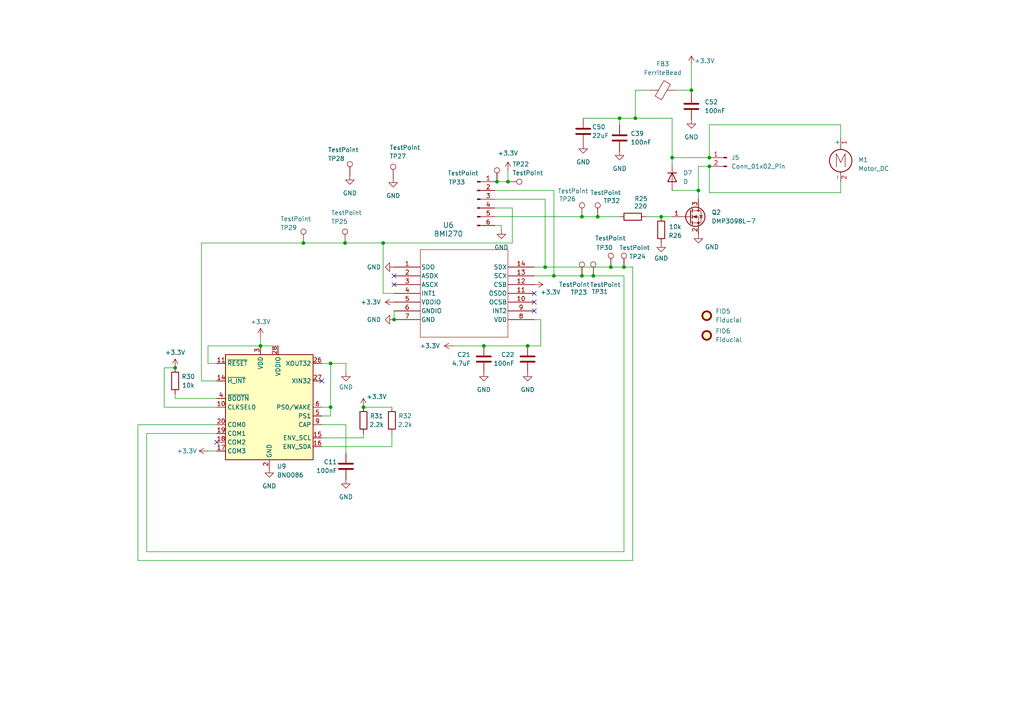
<source format=kicad_sch>
(kicad_sch (version 20230121) (generator eeschema)

  (uuid e700f9b1-35b3-4481-99ad-6b32351819b5)

  (paper "A4")

  (lib_symbols
    (symbol "BMI270:BMI270" (pin_names (offset 0.254)) (in_bom yes) (on_board yes)
      (property "Reference" "U" (at 20.32 10.16 0)
        (effects (font (size 1.524 1.524)))
      )
      (property "Value" "BMI270" (at 20.32 7.62 0)
        (effects (font (size 1.524 1.524)))
      )
      (property "Footprint" "BMI270_BOS" (at 0 0 0)
        (effects (font (size 1.27 1.27) italic) hide)
      )
      (property "Datasheet" "BMI270" (at 0 0 0)
        (effects (font (size 1.27 1.27) italic) hide)
      )
      (property "ki_locked" "" (at 0 0 0)
        (effects (font (size 1.27 1.27)))
      )
      (property "ki_keywords" "BMI270" (at 0 0 0)
        (effects (font (size 1.27 1.27)) hide)
      )
      (property "ki_fp_filters" "BMI270_BOS BMI270_BOS-M BMI270_BOS-L" (at 0 0 0)
        (effects (font (size 1.27 1.27)) hide)
      )
      (symbol "BMI270_0_1"
        (polyline
          (pts
            (xy 7.62 -20.32)
            (xy 33.02 -20.32)
          )
          (stroke (width 0.127) (type default))
          (fill (type none))
        )
        (polyline
          (pts
            (xy 7.62 5.08)
            (xy 7.62 -20.32)
          )
          (stroke (width 0.127) (type default))
          (fill (type none))
        )
        (polyline
          (pts
            (xy 33.02 -20.32)
            (xy 33.02 5.08)
          )
          (stroke (width 0.127) (type default))
          (fill (type none))
        )
        (polyline
          (pts
            (xy 33.02 5.08)
            (xy 7.62 5.08)
          )
          (stroke (width 0.127) (type default))
          (fill (type none))
        )
        (pin bidirectional line (at 0 0 0) (length 7.62)
          (name "SDO" (effects (font (size 1.27 1.27))))
          (number "1" (effects (font (size 1.27 1.27))))
        )
        (pin input line (at 40.64 -10.16 180) (length 7.62)
          (name "OCSB" (effects (font (size 1.27 1.27))))
          (number "10" (effects (font (size 1.27 1.27))))
        )
        (pin output line (at 40.64 -7.62 180) (length 7.62)
          (name "OSDO" (effects (font (size 1.27 1.27))))
          (number "11" (effects (font (size 1.27 1.27))))
        )
        (pin input line (at 40.64 -5.08 180) (length 7.62)
          (name "CSB" (effects (font (size 1.27 1.27))))
          (number "12" (effects (font (size 1.27 1.27))))
        )
        (pin input line (at 40.64 -2.54 180) (length 7.62)
          (name "SCX" (effects (font (size 1.27 1.27))))
          (number "13" (effects (font (size 1.27 1.27))))
        )
        (pin bidirectional line (at 40.64 0 180) (length 7.62)
          (name "SDX" (effects (font (size 1.27 1.27))))
          (number "14" (effects (font (size 1.27 1.27))))
        )
        (pin bidirectional line (at 0 -2.54 0) (length 7.62)
          (name "ASDX" (effects (font (size 1.27 1.27))))
          (number "2" (effects (font (size 1.27 1.27))))
        )
        (pin bidirectional line (at 0 -5.08 0) (length 7.62)
          (name "ASCX" (effects (font (size 1.27 1.27))))
          (number "3" (effects (font (size 1.27 1.27))))
        )
        (pin bidirectional line (at 0 -7.62 0) (length 7.62)
          (name "INT1" (effects (font (size 1.27 1.27))))
          (number "4" (effects (font (size 1.27 1.27))))
        )
        (pin power_in line (at 0 -10.16 0) (length 7.62)
          (name "VDDIO" (effects (font (size 1.27 1.27))))
          (number "5" (effects (font (size 1.27 1.27))))
        )
        (pin power_out line (at 0 -12.7 0) (length 7.62)
          (name "GNDIO" (effects (font (size 1.27 1.27))))
          (number "6" (effects (font (size 1.27 1.27))))
        )
        (pin power_out line (at 0 -15.24 0) (length 7.62)
          (name "GND" (effects (font (size 1.27 1.27))))
          (number "7" (effects (font (size 1.27 1.27))))
        )
        (pin power_in line (at 40.64 -15.24 180) (length 7.62)
          (name "VDD" (effects (font (size 1.27 1.27))))
          (number "8" (effects (font (size 1.27 1.27))))
        )
        (pin bidirectional line (at 40.64 -12.7 180) (length 7.62)
          (name "INT2" (effects (font (size 1.27 1.27))))
          (number "9" (effects (font (size 1.27 1.27))))
        )
      )
    )
    (symbol "Connector:Conn_01x02_Pin" (pin_names (offset 1.016) hide) (in_bom yes) (on_board yes)
      (property "Reference" "J" (at 0 2.54 0)
        (effects (font (size 1.27 1.27)))
      )
      (property "Value" "Conn_01x02_Pin" (at 0 -5.08 0)
        (effects (font (size 1.27 1.27)))
      )
      (property "Footprint" "" (at 0 0 0)
        (effects (font (size 1.27 1.27)) hide)
      )
      (property "Datasheet" "~" (at 0 0 0)
        (effects (font (size 1.27 1.27)) hide)
      )
      (property "ki_locked" "" (at 0 0 0)
        (effects (font (size 1.27 1.27)))
      )
      (property "ki_keywords" "connector" (at 0 0 0)
        (effects (font (size 1.27 1.27)) hide)
      )
      (property "ki_description" "Generic connector, single row, 01x02, script generated" (at 0 0 0)
        (effects (font (size 1.27 1.27)) hide)
      )
      (property "ki_fp_filters" "Connector*:*_1x??_*" (at 0 0 0)
        (effects (font (size 1.27 1.27)) hide)
      )
      (symbol "Conn_01x02_Pin_1_1"
        (polyline
          (pts
            (xy 1.27 -2.54)
            (xy 0.8636 -2.54)
          )
          (stroke (width 0.1524) (type default))
          (fill (type none))
        )
        (polyline
          (pts
            (xy 1.27 0)
            (xy 0.8636 0)
          )
          (stroke (width 0.1524) (type default))
          (fill (type none))
        )
        (rectangle (start 0.8636 -2.413) (end 0 -2.667)
          (stroke (width 0.1524) (type default))
          (fill (type outline))
        )
        (rectangle (start 0.8636 0.127) (end 0 -0.127)
          (stroke (width 0.1524) (type default))
          (fill (type outline))
        )
        (pin passive line (at 5.08 0 180) (length 3.81)
          (name "Pin_1" (effects (font (size 1.27 1.27))))
          (number "1" (effects (font (size 1.27 1.27))))
        )
        (pin passive line (at 5.08 -2.54 180) (length 3.81)
          (name "Pin_2" (effects (font (size 1.27 1.27))))
          (number "2" (effects (font (size 1.27 1.27))))
        )
      )
    )
    (symbol "Connector:Conn_01x06_Pin" (pin_names (offset 1.016) hide) (in_bom yes) (on_board yes)
      (property "Reference" "J" (at 0 7.62 0)
        (effects (font (size 1.27 1.27)))
      )
      (property "Value" "Conn_01x06_Pin" (at 0 -10.16 0)
        (effects (font (size 1.27 1.27)))
      )
      (property "Footprint" "" (at 0 0 0)
        (effects (font (size 1.27 1.27)) hide)
      )
      (property "Datasheet" "~" (at 0 0 0)
        (effects (font (size 1.27 1.27)) hide)
      )
      (property "ki_locked" "" (at 0 0 0)
        (effects (font (size 1.27 1.27)))
      )
      (property "ki_keywords" "connector" (at 0 0 0)
        (effects (font (size 1.27 1.27)) hide)
      )
      (property "ki_description" "Generic connector, single row, 01x06, script generated" (at 0 0 0)
        (effects (font (size 1.27 1.27)) hide)
      )
      (property "ki_fp_filters" "Connector*:*_1x??_*" (at 0 0 0)
        (effects (font (size 1.27 1.27)) hide)
      )
      (symbol "Conn_01x06_Pin_1_1"
        (polyline
          (pts
            (xy 1.27 -7.62)
            (xy 0.8636 -7.62)
          )
          (stroke (width 0.1524) (type default))
          (fill (type none))
        )
        (polyline
          (pts
            (xy 1.27 -5.08)
            (xy 0.8636 -5.08)
          )
          (stroke (width 0.1524) (type default))
          (fill (type none))
        )
        (polyline
          (pts
            (xy 1.27 -2.54)
            (xy 0.8636 -2.54)
          )
          (stroke (width 0.1524) (type default))
          (fill (type none))
        )
        (polyline
          (pts
            (xy 1.27 0)
            (xy 0.8636 0)
          )
          (stroke (width 0.1524) (type default))
          (fill (type none))
        )
        (polyline
          (pts
            (xy 1.27 2.54)
            (xy 0.8636 2.54)
          )
          (stroke (width 0.1524) (type default))
          (fill (type none))
        )
        (polyline
          (pts
            (xy 1.27 5.08)
            (xy 0.8636 5.08)
          )
          (stroke (width 0.1524) (type default))
          (fill (type none))
        )
        (rectangle (start 0.8636 -7.493) (end 0 -7.747)
          (stroke (width 0.1524) (type default))
          (fill (type outline))
        )
        (rectangle (start 0.8636 -4.953) (end 0 -5.207)
          (stroke (width 0.1524) (type default))
          (fill (type outline))
        )
        (rectangle (start 0.8636 -2.413) (end 0 -2.667)
          (stroke (width 0.1524) (type default))
          (fill (type outline))
        )
        (rectangle (start 0.8636 0.127) (end 0 -0.127)
          (stroke (width 0.1524) (type default))
          (fill (type outline))
        )
        (rectangle (start 0.8636 2.667) (end 0 2.413)
          (stroke (width 0.1524) (type default))
          (fill (type outline))
        )
        (rectangle (start 0.8636 5.207) (end 0 4.953)
          (stroke (width 0.1524) (type default))
          (fill (type outline))
        )
        (pin passive line (at 5.08 5.08 180) (length 3.81)
          (name "Pin_1" (effects (font (size 1.27 1.27))))
          (number "1" (effects (font (size 1.27 1.27))))
        )
        (pin passive line (at 5.08 2.54 180) (length 3.81)
          (name "Pin_2" (effects (font (size 1.27 1.27))))
          (number "2" (effects (font (size 1.27 1.27))))
        )
        (pin passive line (at 5.08 0 180) (length 3.81)
          (name "Pin_3" (effects (font (size 1.27 1.27))))
          (number "3" (effects (font (size 1.27 1.27))))
        )
        (pin passive line (at 5.08 -2.54 180) (length 3.81)
          (name "Pin_4" (effects (font (size 1.27 1.27))))
          (number "4" (effects (font (size 1.27 1.27))))
        )
        (pin passive line (at 5.08 -5.08 180) (length 3.81)
          (name "Pin_5" (effects (font (size 1.27 1.27))))
          (number "5" (effects (font (size 1.27 1.27))))
        )
        (pin passive line (at 5.08 -7.62 180) (length 3.81)
          (name "Pin_6" (effects (font (size 1.27 1.27))))
          (number "6" (effects (font (size 1.27 1.27))))
        )
      )
    )
    (symbol "Connector:TestPoint" (pin_numbers hide) (pin_names (offset 0.762) hide) (in_bom yes) (on_board yes)
      (property "Reference" "TP" (at 0 6.858 0)
        (effects (font (size 1.27 1.27)))
      )
      (property "Value" "TestPoint" (at 0 5.08 0)
        (effects (font (size 1.27 1.27)))
      )
      (property "Footprint" "" (at 5.08 0 0)
        (effects (font (size 1.27 1.27)) hide)
      )
      (property "Datasheet" "~" (at 5.08 0 0)
        (effects (font (size 1.27 1.27)) hide)
      )
      (property "ki_keywords" "test point tp" (at 0 0 0)
        (effects (font (size 1.27 1.27)) hide)
      )
      (property "ki_description" "test point" (at 0 0 0)
        (effects (font (size 1.27 1.27)) hide)
      )
      (property "ki_fp_filters" "Pin* Test*" (at 0 0 0)
        (effects (font (size 1.27 1.27)) hide)
      )
      (symbol "TestPoint_0_1"
        (circle (center 0 3.302) (radius 0.762)
          (stroke (width 0) (type default))
          (fill (type none))
        )
      )
      (symbol "TestPoint_1_1"
        (pin passive line (at 0 0 90) (length 2.54)
          (name "1" (effects (font (size 1.27 1.27))))
          (number "1" (effects (font (size 1.27 1.27))))
        )
      )
    )
    (symbol "Device:C" (pin_numbers hide) (pin_names (offset 0.254)) (in_bom yes) (on_board yes)
      (property "Reference" "C" (at 0.635 2.54 0)
        (effects (font (size 1.27 1.27)) (justify left))
      )
      (property "Value" "C" (at 0.635 -2.54 0)
        (effects (font (size 1.27 1.27)) (justify left))
      )
      (property "Footprint" "" (at 0.9652 -3.81 0)
        (effects (font (size 1.27 1.27)) hide)
      )
      (property "Datasheet" "~" (at 0 0 0)
        (effects (font (size 1.27 1.27)) hide)
      )
      (property "ki_keywords" "cap capacitor" (at 0 0 0)
        (effects (font (size 1.27 1.27)) hide)
      )
      (property "ki_description" "Unpolarized capacitor" (at 0 0 0)
        (effects (font (size 1.27 1.27)) hide)
      )
      (property "ki_fp_filters" "C_*" (at 0 0 0)
        (effects (font (size 1.27 1.27)) hide)
      )
      (symbol "C_0_1"
        (polyline
          (pts
            (xy -2.032 -0.762)
            (xy 2.032 -0.762)
          )
          (stroke (width 0.508) (type default))
          (fill (type none))
        )
        (polyline
          (pts
            (xy -2.032 0.762)
            (xy 2.032 0.762)
          )
          (stroke (width 0.508) (type default))
          (fill (type none))
        )
      )
      (symbol "C_1_1"
        (pin passive line (at 0 3.81 270) (length 2.794)
          (name "~" (effects (font (size 1.27 1.27))))
          (number "1" (effects (font (size 1.27 1.27))))
        )
        (pin passive line (at 0 -3.81 90) (length 2.794)
          (name "~" (effects (font (size 1.27 1.27))))
          (number "2" (effects (font (size 1.27 1.27))))
        )
      )
    )
    (symbol "Device:D" (pin_numbers hide) (pin_names (offset 1.016) hide) (in_bom yes) (on_board yes)
      (property "Reference" "D" (at 0 2.54 0)
        (effects (font (size 1.27 1.27)))
      )
      (property "Value" "D" (at 0 -2.54 0)
        (effects (font (size 1.27 1.27)))
      )
      (property "Footprint" "" (at 0 0 0)
        (effects (font (size 1.27 1.27)) hide)
      )
      (property "Datasheet" "~" (at 0 0 0)
        (effects (font (size 1.27 1.27)) hide)
      )
      (property "Sim.Device" "D" (at 0 0 0)
        (effects (font (size 1.27 1.27)) hide)
      )
      (property "Sim.Pins" "1=K 2=A" (at 0 0 0)
        (effects (font (size 1.27 1.27)) hide)
      )
      (property "ki_keywords" "diode" (at 0 0 0)
        (effects (font (size 1.27 1.27)) hide)
      )
      (property "ki_description" "Diode" (at 0 0 0)
        (effects (font (size 1.27 1.27)) hide)
      )
      (property "ki_fp_filters" "TO-???* *_Diode_* *SingleDiode* D_*" (at 0 0 0)
        (effects (font (size 1.27 1.27)) hide)
      )
      (symbol "D_0_1"
        (polyline
          (pts
            (xy -1.27 1.27)
            (xy -1.27 -1.27)
          )
          (stroke (width 0.254) (type default))
          (fill (type none))
        )
        (polyline
          (pts
            (xy 1.27 0)
            (xy -1.27 0)
          )
          (stroke (width 0) (type default))
          (fill (type none))
        )
        (polyline
          (pts
            (xy 1.27 1.27)
            (xy 1.27 -1.27)
            (xy -1.27 0)
            (xy 1.27 1.27)
          )
          (stroke (width 0.254) (type default))
          (fill (type none))
        )
      )
      (symbol "D_1_1"
        (pin passive line (at -3.81 0 0) (length 2.54)
          (name "K" (effects (font (size 1.27 1.27))))
          (number "1" (effects (font (size 1.27 1.27))))
        )
        (pin passive line (at 3.81 0 180) (length 2.54)
          (name "A" (effects (font (size 1.27 1.27))))
          (number "2" (effects (font (size 1.27 1.27))))
        )
      )
    )
    (symbol "Device:FerriteBead" (pin_numbers hide) (pin_names (offset 0)) (in_bom yes) (on_board yes)
      (property "Reference" "FB" (at -3.81 0.635 90)
        (effects (font (size 1.27 1.27)))
      )
      (property "Value" "FerriteBead" (at 3.81 0 90)
        (effects (font (size 1.27 1.27)))
      )
      (property "Footprint" "" (at -1.778 0 90)
        (effects (font (size 1.27 1.27)) hide)
      )
      (property "Datasheet" "~" (at 0 0 0)
        (effects (font (size 1.27 1.27)) hide)
      )
      (property "ki_keywords" "L ferrite bead inductor filter" (at 0 0 0)
        (effects (font (size 1.27 1.27)) hide)
      )
      (property "ki_description" "Ferrite bead" (at 0 0 0)
        (effects (font (size 1.27 1.27)) hide)
      )
      (property "ki_fp_filters" "Inductor_* L_* *Ferrite*" (at 0 0 0)
        (effects (font (size 1.27 1.27)) hide)
      )
      (symbol "FerriteBead_0_1"
        (polyline
          (pts
            (xy 0 -1.27)
            (xy 0 -1.2192)
          )
          (stroke (width 0) (type default))
          (fill (type none))
        )
        (polyline
          (pts
            (xy 0 1.27)
            (xy 0 1.2954)
          )
          (stroke (width 0) (type default))
          (fill (type none))
        )
        (polyline
          (pts
            (xy -2.7686 0.4064)
            (xy -1.7018 2.2606)
            (xy 2.7686 -0.3048)
            (xy 1.6764 -2.159)
            (xy -2.7686 0.4064)
          )
          (stroke (width 0) (type default))
          (fill (type none))
        )
      )
      (symbol "FerriteBead_1_1"
        (pin passive line (at 0 3.81 270) (length 2.54)
          (name "~" (effects (font (size 1.27 1.27))))
          (number "1" (effects (font (size 1.27 1.27))))
        )
        (pin passive line (at 0 -3.81 90) (length 2.54)
          (name "~" (effects (font (size 1.27 1.27))))
          (number "2" (effects (font (size 1.27 1.27))))
        )
      )
    )
    (symbol "Device:R" (pin_numbers hide) (pin_names (offset 0)) (in_bom yes) (on_board yes)
      (property "Reference" "R" (at 2.032 0 90)
        (effects (font (size 1.27 1.27)))
      )
      (property "Value" "R" (at 0 0 90)
        (effects (font (size 1.27 1.27)))
      )
      (property "Footprint" "" (at -1.778 0 90)
        (effects (font (size 1.27 1.27)) hide)
      )
      (property "Datasheet" "~" (at 0 0 0)
        (effects (font (size 1.27 1.27)) hide)
      )
      (property "ki_keywords" "R res resistor" (at 0 0 0)
        (effects (font (size 1.27 1.27)) hide)
      )
      (property "ki_description" "Resistor" (at 0 0 0)
        (effects (font (size 1.27 1.27)) hide)
      )
      (property "ki_fp_filters" "R_*" (at 0 0 0)
        (effects (font (size 1.27 1.27)) hide)
      )
      (symbol "R_0_1"
        (rectangle (start -1.016 -2.54) (end 1.016 2.54)
          (stroke (width 0.254) (type default))
          (fill (type none))
        )
      )
      (symbol "R_1_1"
        (pin passive line (at 0 3.81 270) (length 1.27)
          (name "~" (effects (font (size 1.27 1.27))))
          (number "1" (effects (font (size 1.27 1.27))))
        )
        (pin passive line (at 0 -3.81 90) (length 1.27)
          (name "~" (effects (font (size 1.27 1.27))))
          (number "2" (effects (font (size 1.27 1.27))))
        )
      )
    )
    (symbol "Mechanical:Fiducial" (in_bom yes) (on_board yes)
      (property "Reference" "FID" (at 0 5.08 0)
        (effects (font (size 1.27 1.27)))
      )
      (property "Value" "Fiducial" (at 0 3.175 0)
        (effects (font (size 1.27 1.27)))
      )
      (property "Footprint" "" (at 0 0 0)
        (effects (font (size 1.27 1.27)) hide)
      )
      (property "Datasheet" "~" (at 0 0 0)
        (effects (font (size 1.27 1.27)) hide)
      )
      (property "ki_keywords" "fiducial marker" (at 0 0 0)
        (effects (font (size 1.27 1.27)) hide)
      )
      (property "ki_description" "Fiducial Marker" (at 0 0 0)
        (effects (font (size 1.27 1.27)) hide)
      )
      (property "ki_fp_filters" "Fiducial*" (at 0 0 0)
        (effects (font (size 1.27 1.27)) hide)
      )
      (symbol "Fiducial_0_1"
        (circle (center 0 0) (radius 1.27)
          (stroke (width 0.508) (type default))
          (fill (type background))
        )
      )
    )
    (symbol "Motor:Motor_DC" (pin_names (offset 0)) (in_bom yes) (on_board yes)
      (property "Reference" "M" (at 2.54 2.54 0)
        (effects (font (size 1.27 1.27)) (justify left))
      )
      (property "Value" "Motor_DC" (at 2.54 -5.08 0)
        (effects (font (size 1.27 1.27)) (justify left top))
      )
      (property "Footprint" "" (at 0 -2.286 0)
        (effects (font (size 1.27 1.27)) hide)
      )
      (property "Datasheet" "~" (at 0 -2.286 0)
        (effects (font (size 1.27 1.27)) hide)
      )
      (property "ki_keywords" "DC Motor" (at 0 0 0)
        (effects (font (size 1.27 1.27)) hide)
      )
      (property "ki_description" "DC Motor" (at 0 0 0)
        (effects (font (size 1.27 1.27)) hide)
      )
      (property "ki_fp_filters" "PinHeader*P2.54mm* TerminalBlock*" (at 0 0 0)
        (effects (font (size 1.27 1.27)) hide)
      )
      (symbol "Motor_DC_0_0"
        (polyline
          (pts
            (xy -1.27 -3.302)
            (xy -1.27 0.508)
            (xy 0 -2.032)
            (xy 1.27 0.508)
            (xy 1.27 -3.302)
          )
          (stroke (width 0) (type default))
          (fill (type none))
        )
      )
      (symbol "Motor_DC_0_1"
        (circle (center 0 -1.524) (radius 3.2512)
          (stroke (width 0.254) (type default))
          (fill (type none))
        )
        (polyline
          (pts
            (xy 0 -7.62)
            (xy 0 -7.112)
          )
          (stroke (width 0) (type default))
          (fill (type none))
        )
        (polyline
          (pts
            (xy 0 -4.7752)
            (xy 0 -5.1816)
          )
          (stroke (width 0) (type default))
          (fill (type none))
        )
        (polyline
          (pts
            (xy 0 1.7272)
            (xy 0 2.0828)
          )
          (stroke (width 0) (type default))
          (fill (type none))
        )
        (polyline
          (pts
            (xy 0 2.032)
            (xy 0 2.54)
          )
          (stroke (width 0) (type default))
          (fill (type none))
        )
      )
      (symbol "Motor_DC_1_1"
        (pin passive line (at 0 5.08 270) (length 2.54)
          (name "+" (effects (font (size 1.27 1.27))))
          (number "1" (effects (font (size 1.27 1.27))))
        )
        (pin passive line (at 0 -7.62 90) (length 2.54)
          (name "-" (effects (font (size 1.27 1.27))))
          (number "2" (effects (font (size 1.27 1.27))))
        )
      )
    )
    (symbol "Sensor_Motion:BNO086" (in_bom yes) (on_board yes)
      (property "Reference" "U" (at -11.43 16.51 0)
        (effects (font (size 1.27 1.27)) (justify right))
      )
      (property "Value" "BNO086" (at 12.7 16.51 0)
        (effects (font (size 1.27 1.27)) (justify right))
      )
      (property "Footprint" "Package_LGA:LGA-28_5.2x3.8mm_P0.5mm" (at 6.35 -16.51 0)
        (effects (font (size 1.27 1.27)) (justify left) hide)
      )
      (property "Datasheet" "https://www.bosch-sensortec.com/media/boschsensortec/downloads/datasheets/bst-bno055-ds000.pdf" (at 0 5.08 0)
        (effects (font (size 1.27 1.27)) hide)
      )
      (property "ki_keywords" "IMU Sensor Fusion I2C UART" (at 0 0 0)
        (effects (font (size 1.27 1.27)) hide)
      )
      (property "ki_description" "Intelligent 9-axis absolute orientation sensor, LGA-28" (at 0 0 0)
        (effects (font (size 1.27 1.27)) hide)
      )
      (property "ki_fp_filters" "LGA*5.2x3.8mm*P0.5mm*" (at 0 0 0)
        (effects (font (size 1.27 1.27)) hide)
      )
      (symbol "BNO086_0_1"
        (rectangle (start -12.7 15.24) (end 12.7 -15.24)
          (stroke (width 0.254) (type default))
          (fill (type background))
        )
      )
      (symbol "BNO086_1_1"
        (pin no_connect line (at -12.7 10.16 0) (length 2.54) hide
          (name "PIN1" (effects (font (size 1.27 1.27))))
          (number "1" (effects (font (size 1.27 1.27))))
        )
        (pin output line (at -15.24 0 0) (length 2.54)
          (name "CLKSEL0" (effects (font (size 1.27 1.27))))
          (number "10" (effects (font (size 1.27 1.27))))
        )
        (pin input line (at -15.24 12.7 0) (length 2.54)
          (name "~{RESET}" (effects (font (size 1.27 1.27))))
          (number "11" (effects (font (size 1.27 1.27))))
        )
        (pin no_connect line (at 12.7 10.16 180) (length 2.54) hide
          (name "PIN12" (effects (font (size 1.27 1.27))))
          (number "12" (effects (font (size 1.27 1.27))))
        )
        (pin no_connect line (at 12.7 7.62 180) (length 2.54) hide
          (name "PIN13" (effects (font (size 1.27 1.27))))
          (number "13" (effects (font (size 1.27 1.27))))
        )
        (pin output line (at -15.24 7.62 0) (length 2.54)
          (name "~{H_INT}" (effects (font (size 1.27 1.27))))
          (number "14" (effects (font (size 1.27 1.27))))
        )
        (pin power_in line (at 15.24 -8.89 180) (length 2.54)
          (name "ENV_SCL" (effects (font (size 1.27 1.27))))
          (number "15" (effects (font (size 1.27 1.27))))
        )
        (pin power_in line (at 15.24 -11.43 180) (length 2.54)
          (name "ENV_SDA" (effects (font (size 1.27 1.27))))
          (number "16" (effects (font (size 1.27 1.27))))
        )
        (pin input line (at -15.24 -12.7 0) (length 2.54)
          (name "COM3" (effects (font (size 1.27 1.27))))
          (number "17" (effects (font (size 1.27 1.27))))
        )
        (pin passive line (at -15.24 -10.16 0) (length 2.54)
          (name "COM2" (effects (font (size 1.27 1.27))))
          (number "18" (effects (font (size 1.27 1.27))))
        )
        (pin bidirectional line (at -15.24 -7.62 0) (length 2.54)
          (name "COM1" (effects (font (size 1.27 1.27))))
          (number "19" (effects (font (size 1.27 1.27))))
        )
        (pin power_in line (at 0 -17.78 90) (length 2.54)
          (name "GND" (effects (font (size 1.27 1.27))))
          (number "2" (effects (font (size 1.27 1.27))))
        )
        (pin bidirectional line (at -15.24 -5.08 0) (length 2.54)
          (name "COM0" (effects (font (size 1.27 1.27))))
          (number "20" (effects (font (size 1.27 1.27))))
        )
        (pin no_connect line (at 12.7 5.08 180) (length 2.54) hide
          (name "PIN21" (effects (font (size 1.27 1.27))))
          (number "21" (effects (font (size 1.27 1.27))))
        )
        (pin no_connect line (at 12.7 2.54 180) (length 2.54) hide
          (name "PIN22" (effects (font (size 1.27 1.27))))
          (number "22" (effects (font (size 1.27 1.27))))
        )
        (pin no_connect line (at 12.7 -2.54 180) (length 2.54) hide
          (name "PIN23" (effects (font (size 1.27 1.27))))
          (number "23" (effects (font (size 1.27 1.27))))
        )
        (pin no_connect line (at 12.7 -5.08 180) (length 2.54) hide
          (name "PIN24" (effects (font (size 1.27 1.27))))
          (number "24" (effects (font (size 1.27 1.27))))
        )
        (pin passive line (at 0 -17.78 90) (length 2.54) hide
          (name "GND" (effects (font (size 1.27 1.27))))
          (number "25" (effects (font (size 1.27 1.27))))
        )
        (pin output line (at 15.24 12.7 180) (length 2.54)
          (name "XOUT32" (effects (font (size 1.27 1.27))))
          (number "26" (effects (font (size 1.27 1.27))))
        )
        (pin input line (at 15.24 7.62 180) (length 2.54)
          (name "XIN32" (effects (font (size 1.27 1.27))))
          (number "27" (effects (font (size 1.27 1.27))))
        )
        (pin power_in line (at 2.54 17.78 270) (length 2.54)
          (name "VDDIO" (effects (font (size 1.27 1.27))))
          (number "28" (effects (font (size 1.27 1.27))))
        )
        (pin power_in line (at -2.54 17.78 270) (length 2.54)
          (name "VDD" (effects (font (size 1.27 1.27))))
          (number "3" (effects (font (size 1.27 1.27))))
        )
        (pin input line (at -15.24 2.54 0) (length 2.54)
          (name "~{BOOTN}" (effects (font (size 1.27 1.27))))
          (number "4" (effects (font (size 1.27 1.27))))
        )
        (pin input line (at 15.24 -2.54 180) (length 2.54)
          (name "PS1" (effects (font (size 1.27 1.27))))
          (number "5" (effects (font (size 1.27 1.27))))
        )
        (pin input line (at 15.24 0 180) (length 2.54)
          (name "PS0/WAKE" (effects (font (size 1.27 1.27))))
          (number "6" (effects (font (size 1.27 1.27))))
        )
        (pin no_connect line (at -12.7 5.08 0) (length 2.54) hide
          (name "PIN7" (effects (font (size 1.27 1.27))))
          (number "7" (effects (font (size 1.27 1.27))))
        )
        (pin no_connect line (at -12.7 -2.54 0) (length 2.54) hide
          (name "PIN8" (effects (font (size 1.27 1.27))))
          (number "8" (effects (font (size 1.27 1.27))))
        )
        (pin passive line (at 15.24 -5.08 180) (length 2.54)
          (name "CAP" (effects (font (size 1.27 1.27))))
          (number "9" (effects (font (size 1.27 1.27))))
        )
      )
    )
    (symbol "Transistor_FET:2N7002E" (pin_names hide) (in_bom yes) (on_board yes)
      (property "Reference" "Q" (at 5.08 1.905 0)
        (effects (font (size 1.27 1.27)) (justify left))
      )
      (property "Value" "2N7002E" (at 5.08 0 0)
        (effects (font (size 1.27 1.27)) (justify left))
      )
      (property "Footprint" "Package_TO_SOT_SMD:SOT-23" (at 5.08 -1.905 0)
        (effects (font (size 1.27 1.27) italic) (justify left) hide)
      )
      (property "Datasheet" "http://www.diodes.com/assets/Datasheets/ds30376.pdf" (at 5.08 -3.81 0)
        (effects (font (size 1.27 1.27)) (justify left) hide)
      )
      (property "ki_keywords" "N-Channel MOSFET" (at 0 0 0)
        (effects (font (size 1.27 1.27)) hide)
      )
      (property "ki_description" "0.24A Id, 60V Vds, N-Channel MOSFET, SOT-23" (at 0 0 0)
        (effects (font (size 1.27 1.27)) hide)
      )
      (property "ki_fp_filters" "SOT?23*" (at 0 0 0)
        (effects (font (size 1.27 1.27)) hide)
      )
      (symbol "2N7002E_0_1"
        (polyline
          (pts
            (xy 0.254 0)
            (xy -2.54 0)
          )
          (stroke (width 0) (type default))
          (fill (type none))
        )
        (polyline
          (pts
            (xy 0.254 1.905)
            (xy 0.254 -1.905)
          )
          (stroke (width 0.254) (type default))
          (fill (type none))
        )
        (polyline
          (pts
            (xy 0.762 -1.27)
            (xy 0.762 -2.286)
          )
          (stroke (width 0.254) (type default))
          (fill (type none))
        )
        (polyline
          (pts
            (xy 0.762 0.508)
            (xy 0.762 -0.508)
          )
          (stroke (width 0.254) (type default))
          (fill (type none))
        )
        (polyline
          (pts
            (xy 0.762 2.286)
            (xy 0.762 1.27)
          )
          (stroke (width 0.254) (type default))
          (fill (type none))
        )
        (polyline
          (pts
            (xy 2.54 2.54)
            (xy 2.54 1.778)
          )
          (stroke (width 0) (type default))
          (fill (type none))
        )
        (polyline
          (pts
            (xy 2.54 -2.54)
            (xy 2.54 0)
            (xy 0.762 0)
          )
          (stroke (width 0) (type default))
          (fill (type none))
        )
        (polyline
          (pts
            (xy 0.762 -1.778)
            (xy 3.302 -1.778)
            (xy 3.302 1.778)
            (xy 0.762 1.778)
          )
          (stroke (width 0) (type default))
          (fill (type none))
        )
        (polyline
          (pts
            (xy 1.016 0)
            (xy 2.032 0.381)
            (xy 2.032 -0.381)
            (xy 1.016 0)
          )
          (stroke (width 0) (type default))
          (fill (type outline))
        )
        (polyline
          (pts
            (xy 2.794 0.508)
            (xy 2.921 0.381)
            (xy 3.683 0.381)
            (xy 3.81 0.254)
          )
          (stroke (width 0) (type default))
          (fill (type none))
        )
        (polyline
          (pts
            (xy 3.302 0.381)
            (xy 2.921 -0.254)
            (xy 3.683 -0.254)
            (xy 3.302 0.381)
          )
          (stroke (width 0) (type default))
          (fill (type none))
        )
        (circle (center 1.651 0) (radius 2.794)
          (stroke (width 0.254) (type default))
          (fill (type none))
        )
        (circle (center 2.54 -1.778) (radius 0.254)
          (stroke (width 0) (type default))
          (fill (type outline))
        )
        (circle (center 2.54 1.778) (radius 0.254)
          (stroke (width 0) (type default))
          (fill (type outline))
        )
      )
      (symbol "2N7002E_1_1"
        (pin input line (at -5.08 0 0) (length 2.54)
          (name "G" (effects (font (size 1.27 1.27))))
          (number "1" (effects (font (size 1.27 1.27))))
        )
        (pin passive line (at 2.54 -5.08 90) (length 2.54)
          (name "S" (effects (font (size 1.27 1.27))))
          (number "2" (effects (font (size 1.27 1.27))))
        )
        (pin passive line (at 2.54 5.08 270) (length 2.54)
          (name "D" (effects (font (size 1.27 1.27))))
          (number "3" (effects (font (size 1.27 1.27))))
        )
      )
    )
    (symbol "power:+3.3V" (power) (pin_names (offset 0)) (in_bom yes) (on_board yes)
      (property "Reference" "#PWR" (at 0 -3.81 0)
        (effects (font (size 1.27 1.27)) hide)
      )
      (property "Value" "+3.3V" (at 0 3.556 0)
        (effects (font (size 1.27 1.27)))
      )
      (property "Footprint" "" (at 0 0 0)
        (effects (font (size 1.27 1.27)) hide)
      )
      (property "Datasheet" "" (at 0 0 0)
        (effects (font (size 1.27 1.27)) hide)
      )
      (property "ki_keywords" "global power" (at 0 0 0)
        (effects (font (size 1.27 1.27)) hide)
      )
      (property "ki_description" "Power symbol creates a global label with name \"+3.3V\"" (at 0 0 0)
        (effects (font (size 1.27 1.27)) hide)
      )
      (symbol "+3.3V_0_1"
        (polyline
          (pts
            (xy -0.762 1.27)
            (xy 0 2.54)
          )
          (stroke (width 0) (type default))
          (fill (type none))
        )
        (polyline
          (pts
            (xy 0 0)
            (xy 0 2.54)
          )
          (stroke (width 0) (type default))
          (fill (type none))
        )
        (polyline
          (pts
            (xy 0 2.54)
            (xy 0.762 1.27)
          )
          (stroke (width 0) (type default))
          (fill (type none))
        )
      )
      (symbol "+3.3V_1_1"
        (pin power_in line (at 0 0 90) (length 0) hide
          (name "+3.3V" (effects (font (size 1.27 1.27))))
          (number "1" (effects (font (size 1.27 1.27))))
        )
      )
    )
    (symbol "power:GND" (power) (pin_names (offset 0)) (in_bom yes) (on_board yes)
      (property "Reference" "#PWR" (at 0 -6.35 0)
        (effects (font (size 1.27 1.27)) hide)
      )
      (property "Value" "GND" (at 0 -3.81 0)
        (effects (font (size 1.27 1.27)))
      )
      (property "Footprint" "" (at 0 0 0)
        (effects (font (size 1.27 1.27)) hide)
      )
      (property "Datasheet" "" (at 0 0 0)
        (effects (font (size 1.27 1.27)) hide)
      )
      (property "ki_keywords" "global power" (at 0 0 0)
        (effects (font (size 1.27 1.27)) hide)
      )
      (property "ki_description" "Power symbol creates a global label with name \"GND\" , ground" (at 0 0 0)
        (effects (font (size 1.27 1.27)) hide)
      )
      (symbol "GND_0_1"
        (polyline
          (pts
            (xy 0 0)
            (xy 0 -1.27)
            (xy 1.27 -1.27)
            (xy 0 -2.54)
            (xy -1.27 -1.27)
            (xy 0 -1.27)
          )
          (stroke (width 0) (type default))
          (fill (type none))
        )
      )
      (symbol "GND_1_1"
        (pin power_in line (at 0 0 270) (length 0) hide
          (name "GND" (effects (font (size 1.27 1.27))))
          (number "1" (effects (font (size 1.27 1.27))))
        )
      )
    )
  )

  (junction (at 184.277 34.29) (diameter 0) (color 0 0 0 0)
    (uuid 0bf443f6-9558-41d3-a799-a97850ab4376)
  )
  (junction (at 111.125 70.485) (diameter 0) (color 0 0 0 0)
    (uuid 10ccff13-350e-464b-aeaf-4ab697f0ab5b)
  )
  (junction (at 191.77 62.865) (diameter 0) (color 0 0 0 0)
    (uuid 192b4920-3bbd-4066-b62e-187d86c8a986)
  )
  (junction (at 173.355 62.865) (diameter 0) (color 0 0 0 0)
    (uuid 222b0cf7-dc6e-4e23-9b49-16f4f53a538e)
  )
  (junction (at 160.655 80.01) (diameter 0) (color 0 0 0 0)
    (uuid 23e19da5-1401-43b9-8cc4-780a178e1a9d)
  )
  (junction (at 153.035 100.33) (diameter 0) (color 0 0 0 0)
    (uuid 2abe624d-2de1-4999-8d9d-2cca124d16e7)
  )
  (junction (at 158.115 77.47) (diameter 0) (color 0 0 0 0)
    (uuid 3ed7081d-e6b8-4caf-ade2-f431f63265bb)
  )
  (junction (at 179.705 34.29) (diameter 0) (color 0 0 0 0)
    (uuid 4688767c-dab4-46d0-a770-aca876fa099f)
  )
  (junction (at 114.3 92.71) (diameter 0) (color 0 0 0 0)
    (uuid 521b666b-ada4-482e-b44b-1c029ab4be3c)
  )
  (junction (at 140.335 100.33) (diameter 0) (color 0 0 0 0)
    (uuid 537f1c17-8a8a-4ebd-8234-3f5250e0097e)
  )
  (junction (at 105.41 118.11) (diameter 0) (color 0 0 0 0)
    (uuid 54eee8db-f1f4-4754-9f89-404bd798833f)
  )
  (junction (at 147.32 52.705) (diameter 0) (color 0 0 0 0)
    (uuid 5e29d779-2dd8-40d0-bdf8-2c391b5ba581)
  )
  (junction (at 50.8 106.68) (diameter 0) (color 0 0 0 0)
    (uuid 6ae5cc17-2cf1-4e9d-abb2-b7f81d299feb)
  )
  (junction (at 168.783 80.01) (diameter 0) (color 0 0 0 0)
    (uuid 72cdf5a8-a29f-4952-ab3f-64dc7f6b686d)
  )
  (junction (at 88.011 70.485) (diameter 0) (color 0 0 0 0)
    (uuid 7de597b9-2d84-4f77-9d0d-8ae604f30ed4)
  )
  (junction (at 144.145 52.705) (diameter 0) (color 0 0 0 0)
    (uuid 80b9ac58-73c1-4ef0-9a5e-da1fb77915c0)
  )
  (junction (at 172.085 80.01) (diameter 0) (color 0 0 0 0)
    (uuid 82afab11-f409-49a5-9613-ac13c1166107)
  )
  (junction (at 100.076 70.485) (diameter 0) (color 0 0 0 0)
    (uuid 93ec213d-1b9b-462c-bd89-888b3957a07f)
  )
  (junction (at 168.783 62.865) (diameter 0) (color 0 0 0 0)
    (uuid 94ba3843-5e87-44ea-ac7b-619ed035dc3e)
  )
  (junction (at 202.565 55.245) (diameter 0) (color 0 0 0 0)
    (uuid a828e257-cc6e-43f3-858a-465726dc8b4e)
  )
  (junction (at 95.885 105.41) (diameter 0) (color 0 0 0 0)
    (uuid aad2abe4-0c33-4819-92b1-417c2ae96d4c)
  )
  (junction (at 95.885 118.11) (diameter 0) (color 0 0 0 0)
    (uuid aff2b229-a824-40f6-860d-9e6ebc23ad43)
  )
  (junction (at 205.74 45.72) (diameter 0) (color 0 0 0 0)
    (uuid c4c46150-be71-448a-a484-11fac2a3bb8e)
  )
  (junction (at 180.975 77.47) (diameter 0) (color 0 0 0 0)
    (uuid c534bdb2-b39d-44c7-a4a4-ea6d828cd37e)
  )
  (junction (at 194.945 45.72) (diameter 0) (color 0 0 0 0)
    (uuid c8feaf61-c643-4425-8396-f813dd58c783)
  )
  (junction (at 177.165 77.47) (diameter 0) (color 0 0 0 0)
    (uuid dfc056fc-0754-4393-a17b-bdf1e7ab5791)
  )
  (junction (at 75.565 100.33) (diameter 0) (color 0 0 0 0)
    (uuid f168dcfd-3ec7-4813-a083-911f4e424521)
  )
  (junction (at 205.74 48.26) (diameter 0) (color 0 0 0 0)
    (uuid f504810f-b7de-4949-8b36-9b16838f64af)
  )
  (junction (at 200.533 26.162) (diameter 0) (color 0 0 0 0)
    (uuid f54dd20e-aab9-4e89-aab3-712d0252efcb)
  )

  (no_connect (at 154.94 90.17) (uuid 10eacfe6-7c61-4765-b232-a8e2ebe88d3b))
  (no_connect (at 154.94 85.09) (uuid 1c992f8e-e178-4559-9153-e8851e34224a))
  (no_connect (at 93.345 110.49) (uuid 4600f0e8-cb7a-4361-aea5-763a6dcc7706))
  (no_connect (at 154.94 87.63) (uuid 541ee860-c5b6-4646-af09-cc89fd82700a))
  (no_connect (at 114.3 80.01) (uuid 7596830f-dffa-45d6-a830-efe6ef8b8326))
  (no_connect (at 62.865 128.27) (uuid 8c9c9d85-b649-4496-9e38-29ddc5f1df8d))
  (no_connect (at 114.3 82.55) (uuid 96bb4c99-77df-4e77-a013-951a513c5b0a))

  (wire (pts (xy 172.085 80.01) (xy 180.975 80.01))
    (stroke (width 0) (type default))
    (uuid 077e43ef-07c1-489b-8363-e6994391767e)
  )
  (wire (pts (xy 188.468 26.162) (xy 184.277 26.162))
    (stroke (width 0) (type default))
    (uuid 0f92f425-f4be-4cab-95be-9472fb7ec9b2)
  )
  (wire (pts (xy 144.145 52.705) (xy 147.32 52.705))
    (stroke (width 0) (type default))
    (uuid 106ef190-9d2d-4305-afd6-7465fae85b73)
  )
  (wire (pts (xy 100.33 105.41) (xy 100.33 107.95))
    (stroke (width 0) (type default))
    (uuid 12477cae-1547-4b95-a068-d1ae29217059)
  )
  (wire (pts (xy 153.035 100.33) (xy 140.335 100.33))
    (stroke (width 0) (type default))
    (uuid 13f67751-8d35-4423-9bd8-cbef050170e9)
  )
  (wire (pts (xy 179.705 34.29) (xy 179.705 36.195))
    (stroke (width 0) (type default))
    (uuid 15b9a868-297d-4680-b9a5-a15ddcc66f81)
  )
  (wire (pts (xy 148.59 60.325) (xy 148.59 70.485))
    (stroke (width 0) (type default))
    (uuid 15c6b2df-94cb-404c-b9c6-d9852bea5626)
  )
  (wire (pts (xy 160.655 55.245) (xy 160.655 80.01))
    (stroke (width 0) (type default))
    (uuid 16808749-e09d-4f4c-aab6-a91e3855fdf7)
  )
  (wire (pts (xy 95.885 105.41) (xy 100.33 105.41))
    (stroke (width 0) (type default))
    (uuid 1783be78-a79a-48d0-8e74-7e4f4e6f4853)
  )
  (wire (pts (xy 145.415 65.405) (xy 145.415 66.675))
    (stroke (width 0) (type default))
    (uuid 184e4e6b-10d6-4713-becd-0f1d51b20b28)
  )
  (wire (pts (xy 143.51 65.405) (xy 145.415 65.405))
    (stroke (width 0) (type default))
    (uuid 193bcaef-a7bf-43ad-82a8-48c50cfe71e8)
  )
  (wire (pts (xy 194.945 45.72) (xy 194.945 34.29))
    (stroke (width 0) (type default))
    (uuid 1a5c537b-9416-4802-afc2-b7dc5ecafbbd)
  )
  (wire (pts (xy 95.885 118.11) (xy 95.885 120.65))
    (stroke (width 0) (type default))
    (uuid 1a67a10f-065e-4df0-8cfb-168a2588f719)
  )
  (wire (pts (xy 143.51 52.705) (xy 144.145 52.705))
    (stroke (width 0) (type default))
    (uuid 1f7209be-07ff-42c1-a576-e9563f6b11e9)
  )
  (wire (pts (xy 168.783 62.865) (xy 173.355 62.865))
    (stroke (width 0) (type default))
    (uuid 20925c1a-c441-4f80-b099-44148de791f5)
  )
  (wire (pts (xy 194.945 47.625) (xy 194.945 45.72))
    (stroke (width 0) (type default))
    (uuid 215767f1-d4af-4efd-bb97-41504de19209)
  )
  (wire (pts (xy 205.74 45.72) (xy 205.74 36.195))
    (stroke (width 0) (type default))
    (uuid 28953e68-bbdc-40c5-b14b-5c80a927df17)
  )
  (wire (pts (xy 160.655 80.01) (xy 168.783 80.01))
    (stroke (width 0) (type default))
    (uuid 2a467350-bac3-4399-87c8-9052f5acbd99)
  )
  (wire (pts (xy 62.865 123.19) (xy 40.005 123.19))
    (stroke (width 0) (type default))
    (uuid 304ccd2c-669c-442a-9975-2a9ca62e9aca)
  )
  (wire (pts (xy 40.005 123.19) (xy 40.005 162.56))
    (stroke (width 0) (type default))
    (uuid 33ff6242-ca23-4f95-b1d6-552a1aef33d9)
  )
  (wire (pts (xy 62.865 118.11) (xy 47.625 118.11))
    (stroke (width 0) (type default))
    (uuid 35d6a4d0-eb01-43d0-97fc-0cce8d66c88e)
  )
  (wire (pts (xy 202.565 48.26) (xy 205.74 48.26))
    (stroke (width 0) (type default))
    (uuid 370c547f-3994-4e48-8222-a6056fa04cef)
  )
  (wire (pts (xy 58.42 70.485) (xy 58.42 110.49))
    (stroke (width 0) (type default))
    (uuid 4146720e-06f7-4840-b20c-c2c08be2e252)
  )
  (wire (pts (xy 205.74 55.88) (xy 243.84 55.88))
    (stroke (width 0) (type default))
    (uuid 430157a1-b873-487c-8054-008fd74122ad)
  )
  (wire (pts (xy 179.705 34.29) (xy 184.277 34.29))
    (stroke (width 0) (type default))
    (uuid 43f9ea82-09f5-445a-8770-6b1d076d3151)
  )
  (wire (pts (xy 75.565 97.79) (xy 75.565 100.33))
    (stroke (width 0) (type default))
    (uuid 46285f82-f84a-4535-803c-4f2aa1760ffd)
  )
  (wire (pts (xy 243.84 52.705) (xy 243.84 55.88))
    (stroke (width 0) (type default))
    (uuid 483fc3bf-fe26-4e38-bc1d-6fae9c7fe0ad)
  )
  (wire (pts (xy 194.945 45.72) (xy 205.74 45.72))
    (stroke (width 0) (type default))
    (uuid 4864e316-f7e9-4ad2-9c17-f2bac2f11852)
  )
  (wire (pts (xy 158.115 77.47) (xy 158.115 57.785))
    (stroke (width 0) (type default))
    (uuid 49865274-762d-4c3b-9147-941ac3f7e031)
  )
  (wire (pts (xy 93.345 123.19) (xy 100.33 123.19))
    (stroke (width 0) (type default))
    (uuid 4c92db9c-a7b8-4c00-b335-11177e66f1dd)
  )
  (wire (pts (xy 105.41 127) (xy 93.345 127))
    (stroke (width 0) (type default))
    (uuid 4ce8e50c-b988-44b0-b839-0adedbc3eec4)
  )
  (wire (pts (xy 184.277 34.29) (xy 194.945 34.29))
    (stroke (width 0) (type default))
    (uuid 4e30ef08-1b31-4d92-9330-ff9176bfcfb4)
  )
  (wire (pts (xy 147.32 49.53) (xy 147.32 52.705))
    (stroke (width 0) (type default))
    (uuid 5094ae7b-79cc-4a26-aace-9a334786cc38)
  )
  (wire (pts (xy 143.51 62.865) (xy 168.783 62.865))
    (stroke (width 0) (type default))
    (uuid 532aef89-b72d-484f-a00f-60d6ad9baf76)
  )
  (wire (pts (xy 113.665 129.54) (xy 113.665 125.73))
    (stroke (width 0) (type default))
    (uuid 54969773-ec05-481e-93e7-aac3cf154461)
  )
  (wire (pts (xy 111.125 70.485) (xy 111.125 85.09))
    (stroke (width 0) (type default))
    (uuid 565be911-8887-4dfc-97b9-87388539944a)
  )
  (wire (pts (xy 50.8 115.57) (xy 50.8 114.3))
    (stroke (width 0) (type default))
    (uuid 5879e0db-4bd7-42fe-9c6a-718516b0f47f)
  )
  (wire (pts (xy 173.355 62.865) (xy 179.705 62.865))
    (stroke (width 0) (type default))
    (uuid 59621ebd-2365-4f50-9574-6d17ac4f9b88)
  )
  (wire (pts (xy 40.005 162.56) (xy 183.515 162.56))
    (stroke (width 0) (type default))
    (uuid 5eac3f0b-f528-4686-8925-890c3adf27d3)
  )
  (wire (pts (xy 114.3 90.17) (xy 114.3 92.71))
    (stroke (width 0) (type default))
    (uuid 5ec66809-fbe7-4a74-8d8b-683267e6fcc7)
  )
  (wire (pts (xy 148.59 70.485) (xy 111.125 70.485))
    (stroke (width 0) (type default))
    (uuid 5f760e07-9565-4166-99f1-9228ec057f9e)
  )
  (wire (pts (xy 62.865 115.57) (xy 50.8 115.57))
    (stroke (width 0) (type default))
    (uuid 5fa9359f-82cd-47a1-a194-512fe44846e5)
  )
  (wire (pts (xy 95.885 105.41) (xy 95.885 118.11))
    (stroke (width 0) (type default))
    (uuid 62f8edb6-dde4-438d-880d-a868f723f802)
  )
  (wire (pts (xy 180.975 160.02) (xy 42.545 160.02))
    (stroke (width 0) (type default))
    (uuid 63c09801-781b-4742-a869-5691b0c208c8)
  )
  (wire (pts (xy 205.74 48.26) (xy 205.74 55.88))
    (stroke (width 0) (type default))
    (uuid 6571393a-c132-4c81-b351-1cff1e0b9e0b)
  )
  (wire (pts (xy 93.345 118.11) (xy 95.885 118.11))
    (stroke (width 0) (type default))
    (uuid 6dfd45ee-3bd9-4644-9cd1-2bd648094b63)
  )
  (wire (pts (xy 93.345 105.41) (xy 95.885 105.41))
    (stroke (width 0) (type default))
    (uuid 71863e5f-f2e5-43b6-b9fe-5d2b10db8f8e)
  )
  (wire (pts (xy 95.885 120.65) (xy 93.345 120.65))
    (stroke (width 0) (type default))
    (uuid 7766614f-6bf1-4447-9724-5d0883ce5158)
  )
  (wire (pts (xy 88.011 70.485) (xy 58.42 70.485))
    (stroke (width 0) (type default))
    (uuid 7a71b31f-1543-450b-aaf6-373d2ff085a5)
  )
  (wire (pts (xy 47.625 106.68) (xy 50.8 106.68))
    (stroke (width 0) (type default))
    (uuid 7d946c53-b8ae-4d02-8c84-eca66f5744f3)
  )
  (wire (pts (xy 140.335 100.33) (xy 131.445 100.33))
    (stroke (width 0) (type default))
    (uuid 80743a26-f5ba-4c4f-a379-e143470e0efd)
  )
  (wire (pts (xy 205.74 36.195) (xy 243.84 36.195))
    (stroke (width 0) (type default))
    (uuid 8633d948-a1d6-476f-8190-e97aae667bf5)
  )
  (wire (pts (xy 194.945 55.245) (xy 202.565 55.245))
    (stroke (width 0) (type default))
    (uuid 87029cab-d480-4f45-bdfc-f80402bf1a98)
  )
  (wire (pts (xy 111.125 85.09) (xy 114.3 85.09))
    (stroke (width 0) (type default))
    (uuid 8b9e3895-a7b3-4dbb-bea1-bf519bc14d6a)
  )
  (wire (pts (xy 47.625 118.11) (xy 47.625 106.68))
    (stroke (width 0) (type default))
    (uuid 91f01453-8cef-4c8d-9362-616c119656e9)
  )
  (wire (pts (xy 169.164 34.29) (xy 179.705 34.29))
    (stroke (width 0) (type default))
    (uuid 9286d9c1-d705-43f3-b125-aa8d7bd9bd7d)
  )
  (wire (pts (xy 105.41 118.11) (xy 113.665 118.11))
    (stroke (width 0) (type default))
    (uuid 92c52091-90cb-49fb-af9c-ecdaeaac2004)
  )
  (wire (pts (xy 200.533 18.796) (xy 200.533 26.162))
    (stroke (width 0) (type default))
    (uuid 93d86777-2b53-4e21-b744-22c901715e14)
  )
  (wire (pts (xy 111.125 70.485) (xy 100.076 70.485))
    (stroke (width 0) (type default))
    (uuid 93e9e838-ad17-4f6c-aed4-582252bb493e)
  )
  (wire (pts (xy 42.545 125.73) (xy 62.865 125.73))
    (stroke (width 0) (type default))
    (uuid 98424388-e611-4671-a59d-014b4e949231)
  )
  (wire (pts (xy 202.565 55.245) (xy 202.565 57.785))
    (stroke (width 0) (type default))
    (uuid 989fb890-5b37-476c-927e-60a3b05d95c8)
  )
  (wire (pts (xy 202.565 48.26) (xy 202.565 55.245))
    (stroke (width 0) (type default))
    (uuid 9f5838be-2dbd-4560-8f0e-c8591c3da13b)
  )
  (wire (pts (xy 243.84 36.195) (xy 243.84 40.005))
    (stroke (width 0) (type default))
    (uuid 9f71319c-7cd9-4b3c-8508-892ab13f663f)
  )
  (wire (pts (xy 168.783 80.01) (xy 172.085 80.01))
    (stroke (width 0) (type default))
    (uuid a004a7c1-4ee4-43b2-9d63-a1be4c5b0251)
  )
  (wire (pts (xy 183.515 162.56) (xy 183.515 77.47))
    (stroke (width 0) (type default))
    (uuid a45da7fb-4d90-4015-ba58-8ce0e9db5f58)
  )
  (wire (pts (xy 75.565 100.33) (xy 80.645 100.33))
    (stroke (width 0) (type default))
    (uuid a535a45c-e30f-4242-906a-bfe7e7cfa669)
  )
  (wire (pts (xy 100.076 70.485) (xy 88.011 70.485))
    (stroke (width 0) (type default))
    (uuid a8694560-2075-4a14-a0a1-bb7e7bb2b295)
  )
  (wire (pts (xy 93.345 129.54) (xy 113.665 129.54))
    (stroke (width 0) (type default))
    (uuid b79f2f1d-b9b0-4a6b-bf88-56162a81a5fb)
  )
  (wire (pts (xy 100.33 123.19) (xy 100.33 131.445))
    (stroke (width 0) (type default))
    (uuid b91815ce-bfce-4497-846c-27de1d3e1f5f)
  )
  (wire (pts (xy 196.088 26.162) (xy 200.533 26.162))
    (stroke (width 0) (type default))
    (uuid bb43cb72-e3b4-467c-8cc2-3cfab334f90d)
  )
  (wire (pts (xy 200.533 26.162) (xy 200.533 27.051))
    (stroke (width 0) (type default))
    (uuid bbdf610a-1079-4926-93b1-c92ef8aee648)
  )
  (wire (pts (xy 105.41 125.73) (xy 105.41 127))
    (stroke (width 0) (type default))
    (uuid bd914df0-3908-4e40-9565-f8a695cf3ebd)
  )
  (wire (pts (xy 177.165 77.47) (xy 180.975 77.47))
    (stroke (width 0) (type default))
    (uuid bddece4a-7427-4e6e-b824-813db1a50d04)
  )
  (wire (pts (xy 187.325 62.865) (xy 191.77 62.865))
    (stroke (width 0) (type default))
    (uuid c059a3df-d8f4-4edf-b0d5-c96d24cea91e)
  )
  (wire (pts (xy 153.035 100.33) (xy 156.845 100.33))
    (stroke (width 0) (type default))
    (uuid c1d6ae55-b759-462a-a374-72080dcadc17)
  )
  (wire (pts (xy 180.975 80.01) (xy 180.975 160.02))
    (stroke (width 0) (type default))
    (uuid cc1cb62b-b106-47d7-9031-b839d98d0578)
  )
  (wire (pts (xy 143.51 55.245) (xy 160.655 55.245))
    (stroke (width 0) (type default))
    (uuid d5798c16-bfee-4f6a-9229-79975d6dd49c)
  )
  (wire (pts (xy 154.94 77.47) (xy 158.115 77.47))
    (stroke (width 0) (type default))
    (uuid d5b43f6b-0d81-4498-a5b7-e116f9c0b576)
  )
  (wire (pts (xy 42.545 160.02) (xy 42.545 125.73))
    (stroke (width 0) (type default))
    (uuid d925b7cc-0d6d-4025-9332-9f4e29ce0fb1)
  )
  (wire (pts (xy 62.865 105.41) (xy 60.325 105.41))
    (stroke (width 0) (type default))
    (uuid d9a4dd89-484c-4947-baea-d92d0af5d3c5)
  )
  (wire (pts (xy 58.42 110.49) (xy 62.865 110.49))
    (stroke (width 0) (type default))
    (uuid dbfbdddb-bb23-42d6-8b10-20bd482f83d1)
  )
  (wire (pts (xy 60.325 130.81) (xy 62.865 130.81))
    (stroke (width 0) (type default))
    (uuid dc56d82c-3e02-45e8-aff6-35d32c7e45d0)
  )
  (wire (pts (xy 60.325 105.41) (xy 60.325 100.33))
    (stroke (width 0) (type default))
    (uuid dea1fb91-2ef4-449a-8db8-848035f1c989)
  )
  (wire (pts (xy 156.845 100.33) (xy 156.845 92.71))
    (stroke (width 0) (type default))
    (uuid e03bec99-2eb5-474c-b92b-04fa7d26bf01)
  )
  (wire (pts (xy 160.655 80.01) (xy 154.94 80.01))
    (stroke (width 0) (type default))
    (uuid e468d3a8-b0ca-4b93-945a-1fec048ddfef)
  )
  (wire (pts (xy 143.51 60.325) (xy 148.59 60.325))
    (stroke (width 0) (type default))
    (uuid e6191f28-d9c7-4092-83dd-e144b8d37586)
  )
  (wire (pts (xy 143.51 57.785) (xy 158.115 57.785))
    (stroke (width 0) (type default))
    (uuid eb83b00b-209e-4ea4-96dc-2224922ad3ac)
  )
  (wire (pts (xy 184.277 26.162) (xy 184.277 34.29))
    (stroke (width 0) (type default))
    (uuid ecf528e9-d88d-4e91-8920-47ec374ea45e)
  )
  (wire (pts (xy 180.975 77.47) (xy 183.515 77.47))
    (stroke (width 0) (type default))
    (uuid eee5ea37-18a5-4181-887d-56b3b2829337)
  )
  (wire (pts (xy 158.115 77.47) (xy 177.165 77.47))
    (stroke (width 0) (type default))
    (uuid ef3bee25-de7f-4b95-ba76-99f56fac3ae3)
  )
  (wire (pts (xy 154.94 92.71) (xy 156.845 92.71))
    (stroke (width 0) (type default))
    (uuid ef4d40fd-67a0-45ec-966c-77a6fea66ac1)
  )
  (wire (pts (xy 60.325 100.33) (xy 75.565 100.33))
    (stroke (width 0) (type default))
    (uuid f08dec05-f84a-46d2-b6f6-e5a7f9145d6c)
  )
  (wire (pts (xy 191.77 62.865) (xy 194.945 62.865))
    (stroke (width 0) (type default))
    (uuid fc0d9273-ee81-4a46-9a50-c90bd0215307)
  )

  (symbol (lib_id "power:GND") (at 191.77 70.485 0) (unit 1)
    (in_bom yes) (on_board yes) (dnp no)
    (uuid 0907c938-265c-491d-a2e0-00450c78dc92)
    (property "Reference" "#PWR068" (at 191.77 76.835 0)
      (effects (font (size 1.27 1.27)) hide)
    )
    (property "Value" "GND" (at 191.77 74.93 0)
      (effects (font (size 1.27 1.27)))
    )
    (property "Footprint" "" (at 191.77 70.485 0)
      (effects (font (size 1.27 1.27)) hide)
    )
    (property "Datasheet" "" (at 191.77 70.485 0)
      (effects (font (size 1.27 1.27)) hide)
    )
    (pin "1" (uuid f8e862ed-5468-4d30-b452-3472afd4b2e0))
    (instances
      (project "newVRTracker"
        (path "/48c3b20b-621d-44eb-bf4d-6c1aa986b318/544ac847-18a5-4c6e-bd28-0a7e35a5e895"
          (reference "#PWR068") (unit 1)
        )
      )
    )
  )

  (symbol (lib_id "Device:C") (at 179.705 40.005 0) (unit 1)
    (in_bom yes) (on_board yes) (dnp no) (fields_autoplaced)
    (uuid 0ad035fb-9cfb-471c-b457-6a9381db8ab0)
    (property "Reference" "C39" (at 182.88 38.735 0)
      (effects (font (size 1.27 1.27)) (justify left))
    )
    (property "Value" "100nF" (at 182.88 41.275 0)
      (effects (font (size 1.27 1.27)) (justify left))
    )
    (property "Footprint" "Capacitor_SMD:C_0402_1005Metric" (at 180.6702 43.815 0)
      (effects (font (size 1.27 1.27)) hide)
    )
    (property "Datasheet" "~" (at 179.705 40.005 0)
      (effects (font (size 1.27 1.27)) hide)
    )
    (pin "1" (uuid 873c8c7d-58f2-40c7-a735-098472bd0e3a))
    (pin "2" (uuid e4de6d7d-7b30-43d4-9a60-2959c1a889e6))
    (instances
      (project "newVRTracker"
        (path "/48c3b20b-621d-44eb-bf4d-6c1aa986b318/544ac847-18a5-4c6e-bd28-0a7e35a5e895"
          (reference "C39") (unit 1)
        )
      )
    )
  )

  (symbol (lib_id "Connector:TestPoint") (at 147.32 52.705 270) (unit 1)
    (in_bom yes) (on_board yes) (dnp no)
    (uuid 110a2cfa-ddea-4736-ba3b-f5ba1b649664)
    (property "Reference" "TP22" (at 148.59 47.625 90)
      (effects (font (size 1.27 1.27)) (justify left))
    )
    (property "Value" "TestPoint" (at 148.59 50.165 90)
      (effects (font (size 1.27 1.27)) (justify left))
    )
    (property "Footprint" "TestPoint:TestPoint_Pad_D1.0mm" (at 147.32 57.785 0)
      (effects (font (size 1.27 1.27)) hide)
    )
    (property "Datasheet" "~" (at 147.32 57.785 0)
      (effects (font (size 1.27 1.27)) hide)
    )
    (pin "1" (uuid 3dff5644-d7af-4bfd-a0f9-36d4e48f7f0c))
    (instances
      (project "newVRTracker"
        (path "/48c3b20b-621d-44eb-bf4d-6c1aa986b318/544ac847-18a5-4c6e-bd28-0a7e35a5e895"
          (reference "TP22") (unit 1)
        )
      )
    )
  )

  (symbol (lib_id "power:+3.3V") (at 154.94 82.55 270) (unit 1)
    (in_bom yes) (on_board yes) (dnp no)
    (uuid 149c1072-f927-4610-bc95-7cfdc83a7440)
    (property "Reference" "#PWR056" (at 151.13 82.55 0)
      (effects (font (size 1.27 1.27)) hide)
    )
    (property "Value" "+3.3V" (at 156.6926 84.7598 90)
      (effects (font (size 1.27 1.27)) (justify left))
    )
    (property "Footprint" "" (at 154.94 82.55 0)
      (effects (font (size 1.27 1.27)) hide)
    )
    (property "Datasheet" "" (at 154.94 82.55 0)
      (effects (font (size 1.27 1.27)) hide)
    )
    (pin "1" (uuid b6cca615-125b-4c06-a0ab-3eb2f05e7a39))
    (instances
      (project "newVRTracker"
        (path "/48c3b20b-621d-44eb-bf4d-6c1aa986b318/544ac847-18a5-4c6e-bd28-0a7e35a5e895"
          (reference "#PWR056") (unit 1)
        )
      )
    )
  )

  (symbol (lib_id "power:+3.3V") (at 75.565 97.79 0) (unit 1)
    (in_bom yes) (on_board yes) (dnp no) (fields_autoplaced)
    (uuid 1923441a-a3da-48cc-a243-2ff16b77067a)
    (property "Reference" "#PWR083" (at 75.565 101.6 0)
      (effects (font (size 1.27 1.27)) hide)
    )
    (property "Value" "+3.3V" (at 75.565 93.345 0)
      (effects (font (size 1.27 1.27)))
    )
    (property "Footprint" "" (at 75.565 97.79 0)
      (effects (font (size 1.27 1.27)) hide)
    )
    (property "Datasheet" "" (at 75.565 97.79 0)
      (effects (font (size 1.27 1.27)) hide)
    )
    (pin "1" (uuid a972267c-8da7-4aa3-b064-8736d516954e))
    (instances
      (project "newVRTracker"
        (path "/48c3b20b-621d-44eb-bf4d-6c1aa986b318/544ac847-18a5-4c6e-bd28-0a7e35a5e895"
          (reference "#PWR083") (unit 1)
        )
      )
    )
  )

  (symbol (lib_id "power:GND") (at 153.035 107.95 0) (mirror y) (unit 1)
    (in_bom yes) (on_board yes) (dnp no) (fields_autoplaced)
    (uuid 19efbc36-63c7-4c03-81ae-74b401f29a12)
    (property "Reference" "#PWR055" (at 153.035 114.3 0)
      (effects (font (size 1.27 1.27)) hide)
    )
    (property "Value" "GND" (at 153.035 113.03 0)
      (effects (font (size 1.27 1.27)))
    )
    (property "Footprint" "" (at 153.035 107.95 0)
      (effects (font (size 1.27 1.27)) hide)
    )
    (property "Datasheet" "" (at 153.035 107.95 0)
      (effects (font (size 1.27 1.27)) hide)
    )
    (pin "1" (uuid 3a203d58-2a65-4251-a224-81187b21ca46))
    (instances
      (project "newVRTracker"
        (path "/48c3b20b-621d-44eb-bf4d-6c1aa986b318/544ac847-18a5-4c6e-bd28-0a7e35a5e895"
          (reference "#PWR055") (unit 1)
        )
      )
    )
  )

  (symbol (lib_id "Device:R") (at 105.41 121.92 180) (unit 1)
    (in_bom yes) (on_board yes) (dnp no)
    (uuid 1d5201b9-3f11-46af-9b16-69e37eeba07e)
    (property "Reference" "R31" (at 109.22 120.65 0)
      (effects (font (size 1.27 1.27)))
    )
    (property "Value" "2.2k" (at 109.22 123.19 0)
      (effects (font (size 1.27 1.27)))
    )
    (property "Footprint" "Resistor_SMD:R_0402_1005Metric" (at 107.188 121.92 90)
      (effects (font (size 1.27 1.27)) hide)
    )
    (property "Datasheet" "~" (at 105.41 121.92 0)
      (effects (font (size 1.27 1.27)) hide)
    )
    (pin "2" (uuid d3ca8b2d-9efe-4491-a855-cf9d6826635d))
    (pin "1" (uuid fbfbff99-f434-490f-bae3-02549499ad86))
    (instances
      (project "newVRTracker"
        (path "/48c3b20b-621d-44eb-bf4d-6c1aa986b318/544ac847-18a5-4c6e-bd28-0a7e35a5e895"
          (reference "R31") (unit 1)
        )
      )
    )
  )

  (symbol (lib_id "power:GND") (at 145.415 66.675 0) (mirror y) (unit 1)
    (in_bom yes) (on_board yes) (dnp no) (fields_autoplaced)
    (uuid 1d9cce36-2b13-4d41-990e-c7186a825dd4)
    (property "Reference" "#PWR054" (at 145.415 73.025 0)
      (effects (font (size 1.27 1.27)) hide)
    )
    (property "Value" "GND" (at 145.415 71.755 0)
      (effects (font (size 1.27 1.27)))
    )
    (property "Footprint" "" (at 145.415 66.675 0)
      (effects (font (size 1.27 1.27)) hide)
    )
    (property "Datasheet" "" (at 145.415 66.675 0)
      (effects (font (size 1.27 1.27)) hide)
    )
    (pin "1" (uuid a11c70a2-f941-4f92-8b35-7152ddb2a8e4))
    (instances
      (project "newVRTracker"
        (path "/48c3b20b-621d-44eb-bf4d-6c1aa986b318/544ac847-18a5-4c6e-bd28-0a7e35a5e895"
          (reference "#PWR054") (unit 1)
        )
      )
    )
  )

  (symbol (lib_id "Device:C") (at 153.035 104.14 0) (mirror y) (unit 1)
    (in_bom yes) (on_board yes) (dnp no)
    (uuid 2442fffd-866b-463d-95ce-1f5a5d26302d)
    (property "Reference" "C22" (at 149.225 102.87 0)
      (effects (font (size 1.27 1.27)) (justify left))
    )
    (property "Value" "100nF" (at 149.225 105.41 0)
      (effects (font (size 1.27 1.27)) (justify left))
    )
    (property "Footprint" "Capacitor_SMD:C_0402_1005Metric" (at 152.0698 107.95 0)
      (effects (font (size 1.27 1.27)) hide)
    )
    (property "Datasheet" "~" (at 153.035 104.14 0)
      (effects (font (size 1.27 1.27)) hide)
    )
    (pin "2" (uuid d54bb9f8-67fb-4766-a0aa-86112eed5dec))
    (pin "1" (uuid 39f9be67-7cd4-4f15-ae22-97bff812667c))
    (instances
      (project "newVRTracker"
        (path "/48c3b20b-621d-44eb-bf4d-6c1aa986b318/544ac847-18a5-4c6e-bd28-0a7e35a5e895"
          (reference "C22") (unit 1)
        )
      )
    )
  )

  (symbol (lib_id "power:GND") (at 100.33 107.95 0) (unit 1)
    (in_bom yes) (on_board yes) (dnp no)
    (uuid 37c24325-54d4-4566-83ab-0826dc95d08c)
    (property "Reference" "#PWR085" (at 100.33 114.3 0)
      (effects (font (size 1.27 1.27)) hide)
    )
    (property "Value" "GND" (at 100.33 112.268 0)
      (effects (font (size 1.27 1.27)))
    )
    (property "Footprint" "" (at 100.33 107.95 0)
      (effects (font (size 1.27 1.27)) hide)
    )
    (property "Datasheet" "" (at 100.33 107.95 0)
      (effects (font (size 1.27 1.27)) hide)
    )
    (pin "1" (uuid 1450a3e9-6d70-44fb-b6d6-48d2efa4e8e9))
    (instances
      (project "newVRTracker"
        (path "/48c3b20b-621d-44eb-bf4d-6c1aa986b318/544ac847-18a5-4c6e-bd28-0a7e35a5e895"
          (reference "#PWR085") (unit 1)
        )
      )
    )
  )

  (symbol (lib_id "Connector:TestPoint") (at 180.975 77.47 0) (unit 1)
    (in_bom yes) (on_board yes) (dnp no)
    (uuid 50143d72-6042-464a-b57c-17860ab3c385)
    (property "Reference" "TP24" (at 182.4736 74.422 0)
      (effects (font (size 1.27 1.27)) (justify left))
    )
    (property "Value" "TestPoint" (at 179.578 71.8312 0)
      (effects (font (size 1.27 1.27)) (justify left))
    )
    (property "Footprint" "TestPoint:TestPoint_Pad_D1.0mm" (at 186.055 77.47 0)
      (effects (font (size 1.27 1.27)) hide)
    )
    (property "Datasheet" "~" (at 186.055 77.47 0)
      (effects (font (size 1.27 1.27)) hide)
    )
    (pin "1" (uuid ae9685cf-4b38-4dff-9d81-1e4230a87892))
    (instances
      (project "newVRTracker"
        (path "/48c3b20b-621d-44eb-bf4d-6c1aa986b318/544ac847-18a5-4c6e-bd28-0a7e35a5e895"
          (reference "TP24") (unit 1)
        )
      )
    )
  )

  (symbol (lib_id "power:+3.3V") (at 147.32 49.53 0) (unit 1)
    (in_bom yes) (on_board yes) (dnp no) (fields_autoplaced)
    (uuid 50dcf483-c91c-4fb8-a8b5-bd06e1be4bb7)
    (property "Reference" "#PWR053" (at 147.32 53.34 0)
      (effects (font (size 1.27 1.27)) hide)
    )
    (property "Value" "+3.3V" (at 147.32 44.45 0)
      (effects (font (size 1.27 1.27)))
    )
    (property "Footprint" "" (at 147.32 49.53 0)
      (effects (font (size 1.27 1.27)) hide)
    )
    (property "Datasheet" "" (at 147.32 49.53 0)
      (effects (font (size 1.27 1.27)) hide)
    )
    (pin "1" (uuid 751faf8a-b5f9-4aa4-96f1-b41bf80ad45f))
    (instances
      (project "newVRTracker"
        (path "/48c3b20b-621d-44eb-bf4d-6c1aa986b318/544ac847-18a5-4c6e-bd28-0a7e35a5e895"
          (reference "#PWR053") (unit 1)
        )
      )
    )
  )

  (symbol (lib_id "Device:D") (at 194.945 51.435 270) (unit 1)
    (in_bom yes) (on_board yes) (dnp no) (fields_autoplaced)
    (uuid 51fcc04b-9109-4fac-a39d-4d45dc3e9e8e)
    (property "Reference" "D7" (at 198.12 50.165 90)
      (effects (font (size 1.27 1.27)) (justify left))
    )
    (property "Value" "D" (at 198.12 52.705 90)
      (effects (font (size 1.27 1.27)) (justify left))
    )
    (property "Footprint" "Package_TO_SOT_SMD:SOT-23" (at 194.945 51.435 0)
      (effects (font (size 1.27 1.27)) hide)
    )
    (property "Datasheet" "~" (at 194.945 51.435 0)
      (effects (font (size 1.27 1.27)) hide)
    )
    (property "Sim.Device" "D" (at 194.945 51.435 0)
      (effects (font (size 1.27 1.27)) hide)
    )
    (property "Sim.Pins" "1=K 2=A" (at 194.945 51.435 0)
      (effects (font (size 1.27 1.27)) hide)
    )
    (pin "2" (uuid bc342fe2-e01a-4d45-b513-54c179db18e9))
    (pin "1" (uuid e79b7674-35fd-4acd-8127-1cdf069e4e7e))
    (instances
      (project "newVRTracker"
        (path "/48c3b20b-621d-44eb-bf4d-6c1aa986b318/544ac847-18a5-4c6e-bd28-0a7e35a5e895"
          (reference "D7") (unit 1)
        )
      )
    )
  )

  (symbol (lib_id "power:GND") (at 169.164 41.91 0) (unit 1)
    (in_bom yes) (on_board yes) (dnp no) (fields_autoplaced)
    (uuid 5728317f-4a82-41c9-af29-13246835179c)
    (property "Reference" "#PWR092" (at 169.164 48.26 0)
      (effects (font (size 1.27 1.27)) hide)
    )
    (property "Value" "GND" (at 169.164 46.99 0)
      (effects (font (size 1.27 1.27)))
    )
    (property "Footprint" "" (at 169.164 41.91 0)
      (effects (font (size 1.27 1.27)) hide)
    )
    (property "Datasheet" "" (at 169.164 41.91 0)
      (effects (font (size 1.27 1.27)) hide)
    )
    (pin "1" (uuid 39281212-c83e-4b49-9976-414d0214e2ec))
    (instances
      (project "newVRTracker"
        (path "/48c3b20b-621d-44eb-bf4d-6c1aa986b318/544ac847-18a5-4c6e-bd28-0a7e35a5e895"
          (reference "#PWR092") (unit 1)
        )
      )
    )
  )

  (symbol (lib_id "power:GND") (at 179.705 43.815 0) (unit 1)
    (in_bom yes) (on_board yes) (dnp no) (fields_autoplaced)
    (uuid 58206c74-ec0d-44f1-8073-1d443bd80935)
    (property "Reference" "#PWR067" (at 179.705 50.165 0)
      (effects (font (size 1.27 1.27)) hide)
    )
    (property "Value" "GND" (at 179.705 48.895 0)
      (effects (font (size 1.27 1.27)))
    )
    (property "Footprint" "" (at 179.705 43.815 0)
      (effects (font (size 1.27 1.27)) hide)
    )
    (property "Datasheet" "" (at 179.705 43.815 0)
      (effects (font (size 1.27 1.27)) hide)
    )
    (pin "1" (uuid 451b4af0-df75-4958-8c8e-650f6ba3b96d))
    (instances
      (project "newVRTracker"
        (path "/48c3b20b-621d-44eb-bf4d-6c1aa986b318/544ac847-18a5-4c6e-bd28-0a7e35a5e895"
          (reference "#PWR067") (unit 1)
        )
      )
    )
  )

  (symbol (lib_id "Connector:TestPoint") (at 100.076 70.485 0) (unit 1)
    (in_bom yes) (on_board yes) (dnp no)
    (uuid 5ba9273e-bc70-498c-b669-433abf2a4b8d)
    (property "Reference" "TP25" (at 96.012 64.262 0)
      (effects (font (size 1.27 1.27)) (justify left))
    )
    (property "Value" "TestPoint" (at 96.012 61.722 0)
      (effects (font (size 1.27 1.27)) (justify left))
    )
    (property "Footprint" "TestPoint:TestPoint_Pad_D1.0mm" (at 105.156 70.485 0)
      (effects (font (size 1.27 1.27)) hide)
    )
    (property "Datasheet" "~" (at 105.156 70.485 0)
      (effects (font (size 1.27 1.27)) hide)
    )
    (pin "1" (uuid b8af75df-9efb-4190-b11f-5286f1c31b3d))
    (instances
      (project "newVRTracker"
        (path "/48c3b20b-621d-44eb-bf4d-6c1aa986b318/544ac847-18a5-4c6e-bd28-0a7e35a5e895"
          (reference "TP25") (unit 1)
        )
      )
    )
  )

  (symbol (lib_id "Sensor_Motion:BNO086") (at 78.105 118.11 0) (unit 1)
    (in_bom yes) (on_board yes) (dnp no) (fields_autoplaced)
    (uuid 5c105ac4-250c-41a3-885e-536666d3bec7)
    (property "Reference" "U9" (at 80.2991 135.255 0)
      (effects (font (size 1.27 1.27)) (justify left))
    )
    (property "Value" "BNO086" (at 80.2991 137.795 0)
      (effects (font (size 1.27 1.27)) (justify left))
    )
    (property "Footprint" "Package_LGA:LGA-28_5.2x3.8mm_P0.5mm" (at 84.455 134.62 0)
      (effects (font (size 1.27 1.27)) (justify left) hide)
    )
    (property "Datasheet" "https://www.bosch-sensortec.com/media/boschsensortec/downloads/datasheets/bst-bno055-ds000.pdf" (at 78.105 113.03 0)
      (effects (font (size 1.27 1.27)) hide)
    )
    (pin "24" (uuid e4cd833d-2158-4993-9ec8-94ffc3cb524e))
    (pin "12" (uuid 5e68d63e-4ca6-42cf-8c78-b36a81fd24f0))
    (pin "4" (uuid 34a306ac-f135-4ba2-aac1-02365a15a6f0))
    (pin "27" (uuid 6e472eca-2285-4e71-8a2a-e43c70ea5eab))
    (pin "15" (uuid fa89ae52-5f85-47f0-b204-321aadcfb20c))
    (pin "18" (uuid 11611571-b7b3-40ba-a6b7-ca4eaeb1e96f))
    (pin "3" (uuid 715c84ba-eea2-4980-bc47-2fe04f6704c1))
    (pin "7" (uuid 7692363b-f485-469f-8c60-8b53775c719c))
    (pin "22" (uuid ec52678e-474f-414c-a2c9-b04c32b372ec))
    (pin "21" (uuid 1a2c71a9-9ae9-430d-ac2b-67c8e23a97cc))
    (pin "16" (uuid e00a15d1-c965-4fd3-acb6-0da0af549df0))
    (pin "10" (uuid 66926926-a716-45de-af24-5cb816101497))
    (pin "9" (uuid d276093d-1a97-42b7-bcc1-9299ea9f9827))
    (pin "6" (uuid e21ab9d0-341f-4800-8ccb-d95b039bec03))
    (pin "13" (uuid c2317803-db78-47f9-a41f-f36b88a3e017))
    (pin "25" (uuid 2f6c75e9-567b-4ca9-9b7a-15ddfd2a741d))
    (pin "8" (uuid 6165a6f6-9254-47b2-8580-df76cd84358d))
    (pin "11" (uuid 3be04ea4-5ef1-4bcd-8376-addaee5d880c))
    (pin "19" (uuid 08f3618a-8f13-41be-908b-0b5914565d18))
    (pin "26" (uuid e2d51f3a-3852-4581-bc44-f86e11813fd2))
    (pin "17" (uuid 16a033b3-abc4-4e17-924b-c8de117a834d))
    (pin "14" (uuid 6482e041-0ef4-475c-9df8-d369c717ccd0))
    (pin "2" (uuid 535fc726-9abf-4778-be6a-35a810b4072b))
    (pin "20" (uuid d4c51f0c-2a61-49ea-8a7f-d8c956c581b0))
    (pin "23" (uuid c2901fdd-2445-4f2d-b749-a1712c757f99))
    (pin "1" (uuid 62ade42b-b312-45fb-9a74-f32e52946d92))
    (pin "5" (uuid 253f879d-c0b1-486e-8c94-ffa93ac3337d))
    (pin "28" (uuid 65577c52-5dcb-4911-8a54-f4c74d21d95a))
    (instances
      (project "newVRTracker"
        (path "/48c3b20b-621d-44eb-bf4d-6c1aa986b318/544ac847-18a5-4c6e-bd28-0a7e35a5e895"
          (reference "U9") (unit 1)
        )
      )
    )
  )

  (symbol (lib_id "Connector:TestPoint") (at 173.355 62.865 0) (unit 1)
    (in_bom yes) (on_board yes) (dnp no)
    (uuid 62d7a60b-d721-40c3-ad0b-5ea6f80ab033)
    (property "Reference" "TP32" (at 174.9806 58.2422 0)
      (effects (font (size 1.27 1.27)) (justify left))
    )
    (property "Value" "TestPoint" (at 171.1706 55.88 0)
      (effects (font (size 1.27 1.27)) (justify left))
    )
    (property "Footprint" "TestPoint:TestPoint_Pad_D1.5mm" (at 178.435 62.865 0)
      (effects (font (size 1.27 1.27)) hide)
    )
    (property "Datasheet" "~" (at 178.435 62.865 0)
      (effects (font (size 1.27 1.27)) hide)
    )
    (pin "1" (uuid 97dde7b0-5260-4a1f-a7d9-6954eaf611e2))
    (instances
      (project "newVRTracker"
        (path "/48c3b20b-621d-44eb-bf4d-6c1aa986b318/544ac847-18a5-4c6e-bd28-0a7e35a5e895"
          (reference "TP32") (unit 1)
        )
      )
    )
  )

  (symbol (lib_id "Connector:TestPoint") (at 177.165 77.47 0) (unit 1)
    (in_bom yes) (on_board yes) (dnp no)
    (uuid 68f3798c-8461-4055-82f2-28aca74cddf6)
    (property "Reference" "TP30" (at 172.8724 71.8312 0)
      (effects (font (size 1.27 1.27)) (justify left))
    )
    (property "Value" "TestPoint" (at 172.5676 69.088 0)
      (effects (font (size 1.27 1.27)) (justify left))
    )
    (property "Footprint" "TestPoint:TestPoint_Pad_D1.5mm" (at 182.245 77.47 0)
      (effects (font (size 1.27 1.27)) hide)
    )
    (property "Datasheet" "~" (at 182.245 77.47 0)
      (effects (font (size 1.27 1.27)) hide)
    )
    (pin "1" (uuid 94ff0851-a181-4d66-9d46-99d16470e1ee))
    (instances
      (project "newVRTracker"
        (path "/48c3b20b-621d-44eb-bf4d-6c1aa986b318/544ac847-18a5-4c6e-bd28-0a7e35a5e895"
          (reference "TP30") (unit 1)
        )
      )
    )
  )

  (symbol (lib_id "power:+3.3V") (at 50.8 106.68 0) (unit 1)
    (in_bom yes) (on_board yes) (dnp no) (fields_autoplaced)
    (uuid 6d20fd2b-7b2d-4483-89f6-4377485fa10b)
    (property "Reference" "#PWR039" (at 50.8 110.49 0)
      (effects (font (size 1.27 1.27)) hide)
    )
    (property "Value" "+3.3V" (at 50.8 102.235 0)
      (effects (font (size 1.27 1.27)))
    )
    (property "Footprint" "" (at 50.8 106.68 0)
      (effects (font (size 1.27 1.27)) hide)
    )
    (property "Datasheet" "" (at 50.8 106.68 0)
      (effects (font (size 1.27 1.27)) hide)
    )
    (pin "1" (uuid 4f0ad006-72f7-4938-bb93-493f5460a58d))
    (instances
      (project "newVRTracker"
        (path "/48c3b20b-621d-44eb-bf4d-6c1aa986b318/544ac847-18a5-4c6e-bd28-0a7e35a5e895"
          (reference "#PWR039") (unit 1)
        )
      )
    )
  )

  (symbol (lib_id "Motor:Motor_DC") (at 243.84 45.085 0) (unit 1)
    (in_bom yes) (on_board yes) (dnp no) (fields_autoplaced)
    (uuid 7539fca4-55e6-4ebf-9d32-0924812726a7)
    (property "Reference" "M1" (at 248.92 46.355 0)
      (effects (font (size 1.27 1.27)) (justify left))
    )
    (property "Value" "Motor_DC" (at 248.92 48.895 0)
      (effects (font (size 1.27 1.27)) (justify left))
    )
    (property "Footprint" "" (at 243.84 47.371 0)
      (effects (font (size 1.27 1.27)) hide)
    )
    (property "Datasheet" "~" (at 243.84 47.371 0)
      (effects (font (size 1.27 1.27)) hide)
    )
    (pin "1" (uuid 0e1bca35-0592-44b3-831c-e166b46248f3))
    (pin "2" (uuid b6fcf7fe-9f49-4bdd-b0d3-61dff2fcfc3e))
    (instances
      (project "newVRTracker"
        (path "/48c3b20b-621d-44eb-bf4d-6c1aa986b318/544ac847-18a5-4c6e-bd28-0a7e35a5e895"
          (reference "M1") (unit 1)
        )
      )
    )
  )

  (symbol (lib_id "Device:R") (at 50.8 110.49 180) (unit 1)
    (in_bom yes) (on_board yes) (dnp no)
    (uuid 75eb10fa-1e16-455c-849e-b06b1e11f6d8)
    (property "Reference" "R30" (at 54.61 109.22 0)
      (effects (font (size 1.27 1.27)))
    )
    (property "Value" "10k" (at 54.61 111.76 0)
      (effects (font (size 1.27 1.27)))
    )
    (property "Footprint" "Resistor_SMD:R_0402_1005Metric" (at 52.578 110.49 90)
      (effects (font (size 1.27 1.27)) hide)
    )
    (property "Datasheet" "~" (at 50.8 110.49 0)
      (effects (font (size 1.27 1.27)) hide)
    )
    (pin "2" (uuid 91ebb6bc-c498-493f-88af-6769bccbf2a0))
    (pin "1" (uuid de1dff8a-4db9-4057-8281-247adac0dfc5))
    (instances
      (project "newVRTracker"
        (path "/48c3b20b-621d-44eb-bf4d-6c1aa986b318/544ac847-18a5-4c6e-bd28-0a7e35a5e895"
          (reference "R30") (unit 1)
        )
      )
    )
  )

  (symbol (lib_id "Connector:TestPoint") (at 168.783 80.01 0) (unit 1)
    (in_bom yes) (on_board yes) (dnp no)
    (uuid 771d4873-f0a6-444d-9844-826a6a6dc909)
    (property "Reference" "TP23" (at 165.4302 84.8106 0)
      (effects (font (size 1.27 1.27)) (justify left))
    )
    (property "Value" "TestPoint" (at 162.0774 82.5246 0)
      (effects (font (size 1.27 1.27)) (justify left))
    )
    (property "Footprint" "TestPoint:TestPoint_Pad_D1.0mm" (at 173.863 80.01 0)
      (effects (font (size 1.27 1.27)) hide)
    )
    (property "Datasheet" "~" (at 173.863 80.01 0)
      (effects (font (size 1.27 1.27)) hide)
    )
    (pin "1" (uuid baf5177a-03df-425d-b772-024f0482aafc))
    (instances
      (project "newVRTracker"
        (path "/48c3b20b-621d-44eb-bf4d-6c1aa986b318/544ac847-18a5-4c6e-bd28-0a7e35a5e895"
          (reference "TP23") (unit 1)
        )
      )
    )
  )

  (symbol (lib_id "power:GND") (at 78.105 135.89 0) (unit 1)
    (in_bom yes) (on_board yes) (dnp no) (fields_autoplaced)
    (uuid 780687b8-e188-41f7-997c-59d435c73a8d)
    (property "Reference" "#PWR084" (at 78.105 142.24 0)
      (effects (font (size 1.27 1.27)) hide)
    )
    (property "Value" "GND" (at 78.105 140.97 0)
      (effects (font (size 1.27 1.27)))
    )
    (property "Footprint" "" (at 78.105 135.89 0)
      (effects (font (size 1.27 1.27)) hide)
    )
    (property "Datasheet" "" (at 78.105 135.89 0)
      (effects (font (size 1.27 1.27)) hide)
    )
    (pin "1" (uuid 64519e10-4a32-4025-a640-961e2e9fd34d))
    (instances
      (project "newVRTracker"
        (path "/48c3b20b-621d-44eb-bf4d-6c1aa986b318/544ac847-18a5-4c6e-bd28-0a7e35a5e895"
          (reference "#PWR084") (unit 1)
        )
      )
    )
  )

  (symbol (lib_id "Device:R") (at 183.515 62.865 90) (unit 1)
    (in_bom yes) (on_board yes) (dnp no)
    (uuid 794378bd-44dc-4c27-bc45-022cd8d6eb73)
    (property "Reference" "R25" (at 185.928 57.658 90)
      (effects (font (size 1.27 1.27)))
    )
    (property "Value" "220" (at 185.801 59.817 90)
      (effects (font (size 1.27 1.27)))
    )
    (property "Footprint" "Resistor_SMD:R_0402_1005Metric" (at 183.515 64.643 90)
      (effects (font (size 1.27 1.27)) hide)
    )
    (property "Datasheet" "~" (at 183.515 62.865 0)
      (effects (font (size 1.27 1.27)) hide)
    )
    (pin "2" (uuid aae981ee-ac1c-4d4c-86d5-df91cbe6f513))
    (pin "1" (uuid eb0e7ae6-6102-4ce7-b3e3-b3ab46874b3d))
    (instances
      (project "newVRTracker"
        (path "/48c3b20b-621d-44eb-bf4d-6c1aa986b318/544ac847-18a5-4c6e-bd28-0a7e35a5e895"
          (reference "R25") (unit 1)
        )
      )
    )
  )

  (symbol (lib_id "power:+3.3V") (at 105.41 118.11 0) (unit 1)
    (in_bom yes) (on_board yes) (dnp no)
    (uuid 7f51e8ea-eac9-49ec-9bbf-f792b35b342d)
    (property "Reference" "#PWR087" (at 105.41 121.92 0)
      (effects (font (size 1.27 1.27)) hide)
    )
    (property "Value" "+3.3V" (at 109.22 115.062 0)
      (effects (font (size 1.27 1.27)))
    )
    (property "Footprint" "" (at 105.41 118.11 0)
      (effects (font (size 1.27 1.27)) hide)
    )
    (property "Datasheet" "" (at 105.41 118.11 0)
      (effects (font (size 1.27 1.27)) hide)
    )
    (pin "1" (uuid 7dcb0331-e7ac-4f40-aebd-671cffa8d763))
    (instances
      (project "newVRTracker"
        (path "/48c3b20b-621d-44eb-bf4d-6c1aa986b318/544ac847-18a5-4c6e-bd28-0a7e35a5e895"
          (reference "#PWR087") (unit 1)
        )
      )
    )
  )

  (symbol (lib_id "power:GND") (at 140.335 107.95 0) (mirror y) (unit 1)
    (in_bom yes) (on_board yes) (dnp no) (fields_autoplaced)
    (uuid 8046bf26-f4de-45b0-83c1-eb9af777e047)
    (property "Reference" "#PWR052" (at 140.335 114.3 0)
      (effects (font (size 1.27 1.27)) hide)
    )
    (property "Value" "GND" (at 140.335 113.03 0)
      (effects (font (size 1.27 1.27)))
    )
    (property "Footprint" "" (at 140.335 107.95 0)
      (effects (font (size 1.27 1.27)) hide)
    )
    (property "Datasheet" "" (at 140.335 107.95 0)
      (effects (font (size 1.27 1.27)) hide)
    )
    (pin "1" (uuid 54c4fc9d-fbdc-465e-a390-983e2c7f7bdc))
    (instances
      (project "newVRTracker"
        (path "/48c3b20b-621d-44eb-bf4d-6c1aa986b318/544ac847-18a5-4c6e-bd28-0a7e35a5e895"
          (reference "#PWR052") (unit 1)
        )
      )
    )
  )

  (symbol (lib_id "Device:R") (at 191.77 66.675 180) (unit 1)
    (in_bom yes) (on_board yes) (dnp no)
    (uuid 8445be86-dbea-446d-9376-41b338001b8e)
    (property "Reference" "R26" (at 195.834 68.326 0)
      (effects (font (size 1.27 1.27)))
    )
    (property "Value" "10k" (at 195.834 65.786 0)
      (effects (font (size 1.27 1.27)))
    )
    (property "Footprint" "Resistor_SMD:R_0402_1005Metric" (at 193.548 66.675 90)
      (effects (font (size 1.27 1.27)) hide)
    )
    (property "Datasheet" "~" (at 191.77 66.675 0)
      (effects (font (size 1.27 1.27)) hide)
    )
    (pin "2" (uuid d2e6eea4-9edc-450e-9afd-922f4d428870))
    (pin "1" (uuid 58110b52-408b-4a05-84f1-2359b70ff0d0))
    (instances
      (project "newVRTracker"
        (path "/48c3b20b-621d-44eb-bf4d-6c1aa986b318/544ac847-18a5-4c6e-bd28-0a7e35a5e895"
          (reference "R26") (unit 1)
        )
      )
    )
  )

  (symbol (lib_id "power:GND") (at 200.533 34.671 0) (unit 1)
    (in_bom yes) (on_board yes) (dnp no) (fields_autoplaced)
    (uuid 8bdd25ec-2ccc-4ea2-aa2a-ad2a77f74c7b)
    (property "Reference" "#PWR095" (at 200.533 41.021 0)
      (effects (font (size 1.27 1.27)) hide)
    )
    (property "Value" "GND" (at 200.533 39.751 0)
      (effects (font (size 1.27 1.27)))
    )
    (property "Footprint" "" (at 200.533 34.671 0)
      (effects (font (size 1.27 1.27)) hide)
    )
    (property "Datasheet" "" (at 200.533 34.671 0)
      (effects (font (size 1.27 1.27)) hide)
    )
    (pin "1" (uuid d3458581-7dc6-49c0-95bd-aff2d58483e2))
    (instances
      (project "newVRTracker"
        (path "/48c3b20b-621d-44eb-bf4d-6c1aa986b318/544ac847-18a5-4c6e-bd28-0a7e35a5e895"
          (reference "#PWR095") (unit 1)
        )
      )
    )
  )

  (symbol (lib_id "power:+3.3V") (at 200.533 18.796 0) (unit 1)
    (in_bom yes) (on_board yes) (dnp no)
    (uuid 8d868dc9-3b3c-484e-babe-5c1f0041ac91)
    (property "Reference" "#PWR094" (at 200.533 22.606 0)
      (effects (font (size 1.27 1.27)) hide)
    )
    (property "Value" "+3.3V" (at 204.343 17.653 0)
      (effects (font (size 1.27 1.27)))
    )
    (property "Footprint" "" (at 200.533 18.796 0)
      (effects (font (size 1.27 1.27)) hide)
    )
    (property "Datasheet" "" (at 200.533 18.796 0)
      (effects (font (size 1.27 1.27)) hide)
    )
    (pin "1" (uuid bcfebca6-a461-44d4-aaf3-697d103e1fbd))
    (instances
      (project "newVRTracker"
        (path "/48c3b20b-621d-44eb-bf4d-6c1aa986b318/544ac847-18a5-4c6e-bd28-0a7e35a5e895"
          (reference "#PWR094") (unit 1)
        )
      )
    )
  )

  (symbol (lib_id "Connector:TestPoint") (at 172.085 80.01 0) (unit 1)
    (in_bom yes) (on_board yes) (dnp no)
    (uuid 91f866fb-f7e0-4912-9ce6-ef64e0c8aaec)
    (property "Reference" "TP31" (at 171.5262 84.6074 0)
      (effects (font (size 1.27 1.27)) (justify left))
    )
    (property "Value" "TestPoint" (at 171.0944 82.5754 0)
      (effects (font (size 1.27 1.27)) (justify left))
    )
    (property "Footprint" "TestPoint:TestPoint_Pad_D1.5mm" (at 177.165 80.01 0)
      (effects (font (size 1.27 1.27)) hide)
    )
    (property "Datasheet" "~" (at 177.165 80.01 0)
      (effects (font (size 1.27 1.27)) hide)
    )
    (pin "1" (uuid 24f2da00-5b7b-4597-b03c-51463342f944))
    (instances
      (project "newVRTracker"
        (path "/48c3b20b-621d-44eb-bf4d-6c1aa986b318/544ac847-18a5-4c6e-bd28-0a7e35a5e895"
          (reference "TP31") (unit 1)
        )
      )
    )
  )

  (symbol (lib_id "power:+3.3V") (at 114.3 87.63 90) (unit 1)
    (in_bom yes) (on_board yes) (dnp no) (fields_autoplaced)
    (uuid 953fb058-d893-49b3-80ba-c0e1306af05a)
    (property "Reference" "#PWR049" (at 118.11 87.63 0)
      (effects (font (size 1.27 1.27)) hide)
    )
    (property "Value" "+3.3V" (at 110.49 87.63 90)
      (effects (font (size 1.27 1.27)) (justify left))
    )
    (property "Footprint" "" (at 114.3 87.63 0)
      (effects (font (size 1.27 1.27)) hide)
    )
    (property "Datasheet" "" (at 114.3 87.63 0)
      (effects (font (size 1.27 1.27)) hide)
    )
    (pin "1" (uuid 1097e689-0590-4fe6-aef3-4cd91d216568))
    (instances
      (project "newVRTracker"
        (path "/48c3b20b-621d-44eb-bf4d-6c1aa986b318/544ac847-18a5-4c6e-bd28-0a7e35a5e895"
          (reference "#PWR049") (unit 1)
        )
      )
    )
  )

  (symbol (lib_id "Device:FerriteBead") (at 192.278 26.162 90) (unit 1)
    (in_bom yes) (on_board yes) (dnp no) (fields_autoplaced)
    (uuid a983a38e-5c4d-44f3-ba71-f995d721c1d5)
    (property "Reference" "FB3" (at 192.2272 18.542 90)
      (effects (font (size 1.27 1.27)))
    )
    (property "Value" "FerriteBead" (at 192.2272 21.082 90)
      (effects (font (size 1.27 1.27)))
    )
    (property "Footprint" "Inductor_SMD:L_0603_1608Metric" (at 192.278 27.94 90)
      (effects (font (size 1.27 1.27)) hide)
    )
    (property "Datasheet" "~" (at 192.278 26.162 0)
      (effects (font (size 1.27 1.27)) hide)
    )
    (pin "2" (uuid a6a80926-71c1-44be-a3a5-78f5c815ecbe))
    (pin "1" (uuid 9b8f3120-8242-4884-bc38-8545d5c101f4))
    (instances
      (project "newVRTracker"
        (path "/48c3b20b-621d-44eb-bf4d-6c1aa986b318/544ac847-18a5-4c6e-bd28-0a7e35a5e895"
          (reference "FB3") (unit 1)
        )
      )
    )
  )

  (symbol (lib_id "power:GND") (at 100.33 139.065 0) (mirror y) (unit 1)
    (in_bom yes) (on_board yes) (dnp no) (fields_autoplaced)
    (uuid ab3cc823-9e3b-4edb-84ff-3fffba0bfbce)
    (property "Reference" "#PWR086" (at 100.33 145.415 0)
      (effects (font (size 1.27 1.27)) hide)
    )
    (property "Value" "GND" (at 100.33 144.145 0)
      (effects (font (size 1.27 1.27)))
    )
    (property "Footprint" "" (at 100.33 139.065 0)
      (effects (font (size 1.27 1.27)) hide)
    )
    (property "Datasheet" "" (at 100.33 139.065 0)
      (effects (font (size 1.27 1.27)) hide)
    )
    (pin "1" (uuid 30304a5c-b932-43a9-bae8-65e784e41d9b))
    (instances
      (project "newVRTracker"
        (path "/48c3b20b-621d-44eb-bf4d-6c1aa986b318/544ac847-18a5-4c6e-bd28-0a7e35a5e895"
          (reference "#PWR086") (unit 1)
        )
      )
    )
  )

  (symbol (lib_id "Connector:Conn_01x06_Pin") (at 138.43 57.785 0) (unit 1)
    (in_bom yes) (on_board yes) (dnp no)
    (uuid ab413894-f24b-47d3-b31b-4cccaa09c5b7)
    (property "Reference" "J4" (at 137.16 57.785 0)
      (effects (font (size 1.27 1.27)) (justify right) hide)
    )
    (property "Value" "Conn_01x06_Pin" (at 137.16 60.325 0)
      (effects (font (size 1.27 1.27)) (justify right) hide)
    )
    (property "Footprint" "Connector_JST:JST_XH_S6B-XH-A-1_1x06_P2.50mm_Horizontal" (at 138.43 57.785 0)
      (effects (font (size 1.27 1.27)) hide)
    )
    (property "Datasheet" "~" (at 138.43 57.785 0)
      (effects (font (size 1.27 1.27)) hide)
    )
    (pin "5" (uuid 76f67941-6941-419f-984e-69256156b87f))
    (pin "2" (uuid b01e2cb2-8f2d-4579-9f77-160124aa6c85))
    (pin "3" (uuid d60baeed-66b0-4256-8150-9d9355aab15d))
    (pin "1" (uuid f2d5fd33-0fde-49d9-a7c6-096283dc8fae))
    (pin "4" (uuid 04f410e7-676d-4fcc-b733-9e637ae28223))
    (pin "6" (uuid 315bd894-aed7-4b86-a794-b52e9e9e2682))
    (instances
      (project "newVRTracker"
        (path "/48c3b20b-621d-44eb-bf4d-6c1aa986b318/544ac847-18a5-4c6e-bd28-0a7e35a5e895"
          (reference "J4") (unit 1)
        )
      )
    )
  )

  (symbol (lib_id "Device:C") (at 100.33 135.255 0) (mirror y) (unit 1)
    (in_bom yes) (on_board yes) (dnp no)
    (uuid ae0c1c41-fa51-42c6-969f-65064026fa90)
    (property "Reference" "C11" (at 97.79 133.985 0)
      (effects (font (size 1.27 1.27)) (justify left))
    )
    (property "Value" "100nF" (at 97.79 136.525 0)
      (effects (font (size 1.27 1.27)) (justify left))
    )
    (property "Footprint" "Capacitor_SMD:C_0402_1005Metric" (at 99.3648 139.065 0)
      (effects (font (size 1.27 1.27)) hide)
    )
    (property "Datasheet" "~" (at 100.33 135.255 0)
      (effects (font (size 1.27 1.27)) hide)
    )
    (pin "1" (uuid 7674ade1-d8e3-471b-92e3-9fff2cc704c1))
    (pin "2" (uuid b130ef7f-4472-42bb-ab72-9d37e7c0e4cd))
    (instances
      (project "newVRTracker"
        (path "/48c3b20b-621d-44eb-bf4d-6c1aa986b318/544ac847-18a5-4c6e-bd28-0a7e35a5e895"
          (reference "C11") (unit 1)
        )
      )
    )
  )

  (symbol (lib_id "Connector:Conn_01x02_Pin") (at 210.82 45.72 0) (mirror y) (unit 1)
    (in_bom yes) (on_board yes) (dnp no) (fields_autoplaced)
    (uuid ae7dd900-3ab9-429b-8d28-a1b15bc0c51b)
    (property "Reference" "J5" (at 212.09 45.72 0)
      (effects (font (size 1.27 1.27)) (justify right))
    )
    (property "Value" "Conn_01x02_Pin" (at 212.09 48.26 0)
      (effects (font (size 1.27 1.27)) (justify right))
    )
    (property "Footprint" "Connector_JST:JST_XH_S2B-XH-A-1_1x02_P2.50mm_Horizontal" (at 210.82 45.72 0)
      (effects (font (size 1.27 1.27)) hide)
    )
    (property "Datasheet" "~" (at 210.82 45.72 0)
      (effects (font (size 1.27 1.27)) hide)
    )
    (pin "1" (uuid 78da9a08-9db4-414d-a96e-94603446b844))
    (pin "2" (uuid fb8c434c-52ee-45c1-86e2-6e4019efa91d))
    (instances
      (project "newVRTracker"
        (path "/48c3b20b-621d-44eb-bf4d-6c1aa986b318/544ac847-18a5-4c6e-bd28-0a7e35a5e895"
          (reference "J5") (unit 1)
        )
      )
    )
  )

  (symbol (lib_id "power:GND") (at 202.565 67.945 0) (unit 1)
    (in_bom yes) (on_board yes) (dnp no)
    (uuid b19f0a18-1cb5-499e-bfb3-e149da31196a)
    (property "Reference" "#PWR070" (at 202.565 74.295 0)
      (effects (font (size 1.27 1.27)) hide)
    )
    (property "Value" "GND" (at 206.502 71.628 0)
      (effects (font (size 1.27 1.27)))
    )
    (property "Footprint" "" (at 202.565 67.945 0)
      (effects (font (size 1.27 1.27)) hide)
    )
    (property "Datasheet" "" (at 202.565 67.945 0)
      (effects (font (size 1.27 1.27)) hide)
    )
    (pin "1" (uuid d2e1434c-b0ab-4846-a2dc-ca5fb15e7fea))
    (instances
      (project "newVRTracker"
        (path "/48c3b20b-621d-44eb-bf4d-6c1aa986b318/544ac847-18a5-4c6e-bd28-0a7e35a5e895"
          (reference "#PWR070") (unit 1)
        )
      )
    )
  )

  (symbol (lib_id "power:GND") (at 114.3 92.71 270) (unit 1)
    (in_bom yes) (on_board yes) (dnp no) (fields_autoplaced)
    (uuid b4d43a92-5a0c-4a03-8be0-e7ca01fdf629)
    (property "Reference" "#PWR050" (at 107.95 92.71 0)
      (effects (font (size 1.27 1.27)) hide)
    )
    (property "Value" "GND" (at 110.49 92.71 90)
      (effects (font (size 1.27 1.27)) (justify right))
    )
    (property "Footprint" "" (at 114.3 92.71 0)
      (effects (font (size 1.27 1.27)) hide)
    )
    (property "Datasheet" "" (at 114.3 92.71 0)
      (effects (font (size 1.27 1.27)) hide)
    )
    (pin "1" (uuid 7f8db8f6-fb65-405b-9802-b2d41587c92f))
    (instances
      (project "newVRTracker"
        (path "/48c3b20b-621d-44eb-bf4d-6c1aa986b318/544ac847-18a5-4c6e-bd28-0a7e35a5e895"
          (reference "#PWR050") (unit 1)
        )
      )
    )
  )

  (symbol (lib_id "power:GND") (at 101.473 50.927 0) (mirror y) (unit 1)
    (in_bom yes) (on_board yes) (dnp no) (fields_autoplaced)
    (uuid b6c9ab4a-f5d7-4a61-ad49-ae437a99f8c5)
    (property "Reference" "#PWR097" (at 101.473 57.277 0)
      (effects (font (size 1.27 1.27)) hide)
    )
    (property "Value" "GND" (at 101.473 56.007 0)
      (effects (font (size 1.27 1.27)))
    )
    (property "Footprint" "" (at 101.473 50.927 0)
      (effects (font (size 1.27 1.27)) hide)
    )
    (property "Datasheet" "" (at 101.473 50.927 0)
      (effects (font (size 1.27 1.27)) hide)
    )
    (pin "1" (uuid d667f182-11a1-4d07-b603-b771baf8cdb3))
    (instances
      (project "newVRTracker"
        (path "/48c3b20b-621d-44eb-bf4d-6c1aa986b318/544ac847-18a5-4c6e-bd28-0a7e35a5e895"
          (reference "#PWR097") (unit 1)
        )
      )
    )
  )

  (symbol (lib_id "Connector:TestPoint") (at 144.145 52.705 0) (unit 1)
    (in_bom yes) (on_board yes) (dnp no)
    (uuid c49afa84-c07a-4e93-ad5f-7c1eadcd24b9)
    (property "Reference" "TP33" (at 130.048 52.832 0)
      (effects (font (size 1.27 1.27)) (justify left))
    )
    (property "Value" "TestPoint" (at 129.8194 50.2158 0)
      (effects (font (size 1.27 1.27)) (justify left))
    )
    (property "Footprint" "TestPoint:TestPoint_Pad_D1.5mm" (at 149.225 52.705 0)
      (effects (font (size 1.27 1.27)) hide)
    )
    (property "Datasheet" "~" (at 149.225 52.705 0)
      (effects (font (size 1.27 1.27)) hide)
    )
    (pin "1" (uuid 9dead306-b777-40d7-bee4-0688f58272b5))
    (instances
      (project "newVRTracker"
        (path "/48c3b20b-621d-44eb-bf4d-6c1aa986b318/544ac847-18a5-4c6e-bd28-0a7e35a5e895"
          (reference "TP33") (unit 1)
        )
      )
    )
  )

  (symbol (lib_id "Device:R") (at 113.665 121.92 180) (unit 1)
    (in_bom yes) (on_board yes) (dnp no)
    (uuid c6e6a0bc-9c17-4578-b58c-4e6406d48b80)
    (property "Reference" "R32" (at 117.475 120.65 0)
      (effects (font (size 1.27 1.27)))
    )
    (property "Value" "2.2k" (at 117.475 123.19 0)
      (effects (font (size 1.27 1.27)))
    )
    (property "Footprint" "Resistor_SMD:R_0402_1005Metric" (at 115.443 121.92 90)
      (effects (font (size 1.27 1.27)) hide)
    )
    (property "Datasheet" "~" (at 113.665 121.92 0)
      (effects (font (size 1.27 1.27)) hide)
    )
    (pin "2" (uuid 2f42ddec-1860-4dcb-af1c-7b2eed147602))
    (pin "1" (uuid 7dde97ff-236d-4a52-88a1-2fb7f78cc83d))
    (instances
      (project "newVRTracker"
        (path "/48c3b20b-621d-44eb-bf4d-6c1aa986b318/544ac847-18a5-4c6e-bd28-0a7e35a5e895"
          (reference "R32") (unit 1)
        )
      )
    )
  )

  (symbol (lib_id "Connector:TestPoint") (at 88.011 70.485 0) (unit 1)
    (in_bom yes) (on_board yes) (dnp no)
    (uuid c917c131-878d-4e9b-9132-278d4bf7da5e)
    (property "Reference" "TP29" (at 81.28 66.04 0)
      (effects (font (size 1.27 1.27)) (justify left))
    )
    (property "Value" "TestPoint" (at 81.28 63.5 0)
      (effects (font (size 1.27 1.27)) (justify left))
    )
    (property "Footprint" "TestPoint:TestPoint_Pad_D1.5mm" (at 93.091 70.485 0)
      (effects (font (size 1.27 1.27)) hide)
    )
    (property "Datasheet" "~" (at 93.091 70.485 0)
      (effects (font (size 1.27 1.27)) hide)
    )
    (pin "1" (uuid ef8af447-80b9-496f-98ae-dcb2e2c3fb61))
    (instances
      (project "newVRTracker"
        (path "/48c3b20b-621d-44eb-bf4d-6c1aa986b318/544ac847-18a5-4c6e-bd28-0a7e35a5e895"
          (reference "TP29") (unit 1)
        )
      )
    )
  )

  (symbol (lib_id "power:+3.3V") (at 131.445 100.33 90) (mirror x) (unit 1)
    (in_bom yes) (on_board yes) (dnp no) (fields_autoplaced)
    (uuid d0c55467-5963-424e-922f-13835106204f)
    (property "Reference" "#PWR051" (at 135.255 100.33 0)
      (effects (font (size 1.27 1.27)) hide)
    )
    (property "Value" "+3.3V" (at 127.635 100.33 90)
      (effects (font (size 1.27 1.27)) (justify left))
    )
    (property "Footprint" "" (at 131.445 100.33 0)
      (effects (font (size 1.27 1.27)) hide)
    )
    (property "Datasheet" "" (at 131.445 100.33 0)
      (effects (font (size 1.27 1.27)) hide)
    )
    (pin "1" (uuid 188ae5a7-e297-4194-bc3a-741fb9adef83))
    (instances
      (project "newVRTracker"
        (path "/48c3b20b-621d-44eb-bf4d-6c1aa986b318/544ac847-18a5-4c6e-bd28-0a7e35a5e895"
          (reference "#PWR051") (unit 1)
        )
      )
    )
  )

  (symbol (lib_id "Mechanical:Fiducial") (at 204.978 97.282 0) (unit 1)
    (in_bom yes) (on_board yes) (dnp no) (fields_autoplaced)
    (uuid d3758de6-19da-4c7d-ad01-ba7911a8d533)
    (property "Reference" "FID6" (at 207.518 96.012 0)
      (effects (font (size 1.27 1.27)) (justify left))
    )
    (property "Value" "Fiducial" (at 207.518 98.552 0)
      (effects (font (size 1.27 1.27)) (justify left))
    )
    (property "Footprint" "Fiducial:Fiducial_0.5mm_Mask1.5mm" (at 204.978 97.282 0)
      (effects (font (size 1.27 1.27)) hide)
    )
    (property "Datasheet" "~" (at 204.978 97.282 0)
      (effects (font (size 1.27 1.27)) hide)
    )
    (instances
      (project "newVRTracker"
        (path "/48c3b20b-621d-44eb-bf4d-6c1aa986b318/544ac847-18a5-4c6e-bd28-0a7e35a5e895"
          (reference "FID6") (unit 1)
        )
      )
    )
  )

  (symbol (lib_id "Device:C") (at 140.335 104.14 0) (mirror y) (unit 1)
    (in_bom yes) (on_board yes) (dnp no) (fields_autoplaced)
    (uuid d6165e10-35de-4aac-8de6-23da56dc3079)
    (property "Reference" "C21" (at 136.525 102.87 0)
      (effects (font (size 1.27 1.27)) (justify left))
    )
    (property "Value" "4.7uF" (at 136.525 105.41 0)
      (effects (font (size 1.27 1.27)) (justify left))
    )
    (property "Footprint" "Capacitor_SMD:C_0402_1005Metric" (at 139.3698 107.95 0)
      (effects (font (size 1.27 1.27)) hide)
    )
    (property "Datasheet" "~" (at 140.335 104.14 0)
      (effects (font (size 1.27 1.27)) hide)
    )
    (pin "2" (uuid 30f8ccc3-4bb4-493e-9b8b-36a7af91594f))
    (pin "1" (uuid ea3544d1-ee06-49b7-a353-546b4d8c1f23))
    (instances
      (project "newVRTracker"
        (path "/48c3b20b-621d-44eb-bf4d-6c1aa986b318/544ac847-18a5-4c6e-bd28-0a7e35a5e895"
          (reference "C21") (unit 1)
        )
      )
    )
  )

  (symbol (lib_id "power:+3.3V") (at 60.325 130.81 90) (unit 1)
    (in_bom yes) (on_board yes) (dnp no) (fields_autoplaced)
    (uuid d7a15d09-a204-48a4-b902-2cc51f2fb2ca)
    (property "Reference" "#PWR047" (at 64.135 130.81 0)
      (effects (font (size 1.27 1.27)) hide)
    )
    (property "Value" "+3.3V" (at 57.15 130.81 90)
      (effects (font (size 1.27 1.27)) (justify left))
    )
    (property "Footprint" "" (at 60.325 130.81 0)
      (effects (font (size 1.27 1.27)) hide)
    )
    (property "Datasheet" "" (at 60.325 130.81 0)
      (effects (font (size 1.27 1.27)) hide)
    )
    (pin "1" (uuid 69aa16db-c460-4394-9b02-457d7b882704))
    (instances
      (project "newVRTracker"
        (path "/48c3b20b-621d-44eb-bf4d-6c1aa986b318/544ac847-18a5-4c6e-bd28-0a7e35a5e895"
          (reference "#PWR047") (unit 1)
        )
      )
    )
  )

  (symbol (lib_id "Device:C") (at 169.164 38.1 0) (unit 1)
    (in_bom yes) (on_board yes) (dnp no)
    (uuid ddacdd29-0978-421c-8122-913c0a3a1139)
    (property "Reference" "C50" (at 171.704 36.83 0)
      (effects (font (size 1.27 1.27)) (justify left))
    )
    (property "Value" "22uF" (at 171.704 39.37 0)
      (effects (font (size 1.27 1.27)) (justify left))
    )
    (property "Footprint" "Capacitor_SMD:C_0402_1005Metric" (at 170.1292 41.91 0)
      (effects (font (size 1.27 1.27)) hide)
    )
    (property "Datasheet" "~" (at 169.164 38.1 0)
      (effects (font (size 1.27 1.27)) hide)
    )
    (pin "1" (uuid d080e663-4c17-416f-a39e-2581658639b9))
    (pin "2" (uuid 2ef7d4e2-ff59-4b1e-a735-7d7dafba65ec))
    (instances
      (project "newVRTracker"
        (path "/48c3b20b-621d-44eb-bf4d-6c1aa986b318/544ac847-18a5-4c6e-bd28-0a7e35a5e895"
          (reference "C50") (unit 1)
        )
      )
    )
  )

  (symbol (lib_id "power:GND") (at 114.046 51.689 0) (mirror y) (unit 1)
    (in_bom yes) (on_board yes) (dnp no) (fields_autoplaced)
    (uuid de4e3a7a-4988-4b91-ae02-086b458cce76)
    (property "Reference" "#PWR096" (at 114.046 58.039 0)
      (effects (font (size 1.27 1.27)) hide)
    )
    (property "Value" "GND" (at 114.046 56.769 0)
      (effects (font (size 1.27 1.27)))
    )
    (property "Footprint" "" (at 114.046 51.689 0)
      (effects (font (size 1.27 1.27)) hide)
    )
    (property "Datasheet" "" (at 114.046 51.689 0)
      (effects (font (size 1.27 1.27)) hide)
    )
    (pin "1" (uuid e417abf5-f286-4eb4-a6e4-9c1a5ea357fa))
    (instances
      (project "newVRTracker"
        (path "/48c3b20b-621d-44eb-bf4d-6c1aa986b318/544ac847-18a5-4c6e-bd28-0a7e35a5e895"
          (reference "#PWR096") (unit 1)
        )
      )
    )
  )

  (symbol (lib_id "Transistor_FET:2N7002E") (at 200.025 62.865 0) (unit 1)
    (in_bom yes) (on_board yes) (dnp no) (fields_autoplaced)
    (uuid e0b22530-deef-4b02-adde-7729da3c7037)
    (property "Reference" "Q2" (at 206.375 61.595 0)
      (effects (font (size 1.27 1.27)) (justify left))
    )
    (property "Value" "DMP3098L-7" (at 206.375 64.135 0)
      (effects (font (size 1.27 1.27)) (justify left))
    )
    (property "Footprint" "Package_TO_SOT_SMD:SOT-23" (at 205.105 64.77 0)
      (effects (font (size 1.27 1.27) italic) (justify left) hide)
    )
    (property "Datasheet" "http://www.diodes.com/assets/Datasheets/ds30376.pdf" (at 205.105 66.675 0)
      (effects (font (size 1.27 1.27)) (justify left) hide)
    )
    (pin "3" (uuid c48caa4b-9c14-4c22-a852-6169d031f460))
    (pin "2" (uuid e86d7206-5ef5-444b-92db-18dda25f1797))
    (pin "1" (uuid d9134257-36c0-4279-b777-8587f10c4d6c))
    (instances
      (project "newVRTracker"
        (path "/48c3b20b-621d-44eb-bf4d-6c1aa986b318/544ac847-18a5-4c6e-bd28-0a7e35a5e895"
          (reference "Q2") (unit 1)
        )
      )
    )
  )

  (symbol (lib_id "Connector:TestPoint") (at 168.783 62.865 0) (unit 1)
    (in_bom yes) (on_board yes) (dnp no)
    (uuid e6ee8459-5f68-4776-a60e-073936de425e)
    (property "Reference" "TP26" (at 162.1536 57.7088 0)
      (effects (font (size 1.27 1.27)) (justify left))
    )
    (property "Value" "TestPoint" (at 161.7218 55.3974 0)
      (effects (font (size 1.27 1.27)) (justify left))
    )
    (property "Footprint" "TestPoint:TestPoint_Pad_D1.0mm" (at 173.863 62.865 0)
      (effects (font (size 1.27 1.27)) hide)
    )
    (property "Datasheet" "~" (at 173.863 62.865 0)
      (effects (font (size 1.27 1.27)) hide)
    )
    (pin "1" (uuid 7ed807db-756b-412a-ab73-0873695845d4))
    (instances
      (project "newVRTracker"
        (path "/48c3b20b-621d-44eb-bf4d-6c1aa986b318/544ac847-18a5-4c6e-bd28-0a7e35a5e895"
          (reference "TP26") (unit 1)
        )
      )
    )
  )

  (symbol (lib_id "power:GND") (at 114.3 77.47 270) (unit 1)
    (in_bom yes) (on_board yes) (dnp no) (fields_autoplaced)
    (uuid e9fd1047-2a24-43ab-bb9e-5fdf24932371)
    (property "Reference" "#PWR048" (at 107.95 77.47 0)
      (effects (font (size 1.27 1.27)) hide)
    )
    (property "Value" "GND" (at 110.49 77.47 90)
      (effects (font (size 1.27 1.27)) (justify right))
    )
    (property "Footprint" "" (at 114.3 77.47 0)
      (effects (font (size 1.27 1.27)) hide)
    )
    (property "Datasheet" "" (at 114.3 77.47 0)
      (effects (font (size 1.27 1.27)) hide)
    )
    (pin "1" (uuid 166fb7f1-5c44-4b4b-b6e0-d8686bc10f7f))
    (instances
      (project "newVRTracker"
        (path "/48c3b20b-621d-44eb-bf4d-6c1aa986b318/544ac847-18a5-4c6e-bd28-0a7e35a5e895"
          (reference "#PWR048") (unit 1)
        )
      )
    )
  )

  (symbol (lib_id "Connector:TestPoint") (at 114.046 51.689 0) (unit 1)
    (in_bom yes) (on_board yes) (dnp no)
    (uuid f1e7164c-8e21-45e6-873a-14ecded007b4)
    (property "Reference" "TP27" (at 112.9538 45.339 0)
      (effects (font (size 1.27 1.27)) (justify left))
    )
    (property "Value" "TestPoint" (at 112.9538 42.799 0)
      (effects (font (size 1.27 1.27)) (justify left))
    )
    (property "Footprint" "TestPoint:TestPoint_Pad_D1.0mm" (at 119.126 51.689 0)
      (effects (font (size 1.27 1.27)) hide)
    )
    (property "Datasheet" "~" (at 119.126 51.689 0)
      (effects (font (size 1.27 1.27)) hide)
    )
    (pin "1" (uuid a9669f3e-5886-40d4-88be-7774154479d8))
    (instances
      (project "newVRTracker"
        (path "/48c3b20b-621d-44eb-bf4d-6c1aa986b318/544ac847-18a5-4c6e-bd28-0a7e35a5e895"
          (reference "TP27") (unit 1)
        )
      )
    )
  )

  (symbol (lib_id "Connector:TestPoint") (at 101.473 50.927 0) (unit 1)
    (in_bom yes) (on_board yes) (dnp no)
    (uuid f28b585a-2c7d-4ca2-a412-cf28102c3d2b)
    (property "Reference" "TP28" (at 95.0976 45.9994 0)
      (effects (font (size 1.27 1.27)) (justify left))
    )
    (property "Value" "TestPoint" (at 95.0976 43.4594 0)
      (effects (font (size 1.27 1.27)) (justify left))
    )
    (property "Footprint" "TestPoint:TestPoint_Pad_D1.5mm" (at 106.553 50.927 0)
      (effects (font (size 1.27 1.27)) hide)
    )
    (property "Datasheet" "~" (at 106.553 50.927 0)
      (effects (font (size 1.27 1.27)) hide)
    )
    (pin "1" (uuid fd6080ed-4da1-4013-a08f-17c03832d5aa))
    (instances
      (project "newVRTracker"
        (path "/48c3b20b-621d-44eb-bf4d-6c1aa986b318/544ac847-18a5-4c6e-bd28-0a7e35a5e895"
          (reference "TP28") (unit 1)
        )
      )
    )
  )

  (symbol (lib_id "Mechanical:Fiducial") (at 204.978 91.567 0) (unit 1)
    (in_bom yes) (on_board yes) (dnp no) (fields_autoplaced)
    (uuid f8bb8cf6-1a73-47ec-b187-c093703b77f0)
    (property "Reference" "FID5" (at 207.518 90.297 0)
      (effects (font (size 1.27 1.27)) (justify left))
    )
    (property "Value" "Fiducial" (at 207.518 92.837 0)
      (effects (font (size 1.27 1.27)) (justify left))
    )
    (property "Footprint" "Fiducial:Fiducial_0.5mm_Mask1.5mm" (at 204.978 91.567 0)
      (effects (font (size 1.27 1.27)) hide)
    )
    (property "Datasheet" "~" (at 204.978 91.567 0)
      (effects (font (size 1.27 1.27)) hide)
    )
    (instances
      (project "newVRTracker"
        (path "/48c3b20b-621d-44eb-bf4d-6c1aa986b318/544ac847-18a5-4c6e-bd28-0a7e35a5e895"
          (reference "FID5") (unit 1)
        )
      )
    )
  )

  (symbol (lib_id "BMI270:BMI270") (at 114.3 77.47 0) (unit 1)
    (in_bom yes) (on_board yes) (dnp no)
    (uuid f92a5872-5e7e-4295-ad98-34affa7f9acd)
    (property "Reference" "U6" (at 130.048 65.278 0)
      (effects (font (size 1.524 1.524)))
    )
    (property "Value" "BMI270" (at 130.048 67.818 0)
      (effects (font (size 1.524 1.524)))
    )
    (property "Footprint" "BMI270:BMI270_BOS" (at 114.3 77.47 0)
      (effects (font (size 1.27 1.27) italic) hide)
    )
    (property "Datasheet" "BMI270" (at 114.3 77.47 0)
      (effects (font (size 1.27 1.27) italic) hide)
    )
    (pin "4" (uuid 79413051-272c-4ed6-ab75-2f470b19816b))
    (pin "11" (uuid 42ef2b34-00e9-4db1-87ad-e32dc4de0948))
    (pin "8" (uuid 2d3cfb50-c3d4-4074-9d47-c6db9c9b2cb0))
    (pin "12" (uuid db56328f-5d48-4db9-b046-5d5a0190b90a))
    (pin "5" (uuid 778e04d1-3d5b-4236-ae0b-854181c40dc0))
    (pin "9" (uuid a5844ff4-e6d3-401c-8010-b91c4586bdf2))
    (pin "6" (uuid f54b6b36-40e4-404f-a9f5-00cf54be6627))
    (pin "1" (uuid eb3b3253-b593-4b98-a71f-3ad291cca2c9))
    (pin "2" (uuid bcc6092e-447c-4b58-8187-3eac8f38e70d))
    (pin "10" (uuid 448d6fec-3241-46c4-afec-30cc0048e834))
    (pin "13" (uuid 9f0c8954-7b3f-4184-bca1-363b351558a1))
    (pin "7" (uuid 87762a19-1e71-495d-9e29-32ff339a682d))
    (pin "14" (uuid d8755437-27ff-467d-b469-ea7acfad89c0))
    (pin "3" (uuid af332f88-5107-469a-aa66-c692b878fb65))
    (instances
      (project "newVRTracker"
        (path "/48c3b20b-621d-44eb-bf4d-6c1aa986b318/544ac847-18a5-4c6e-bd28-0a7e35a5e895"
          (reference "U6") (unit 1)
        )
      )
    )
  )

  (symbol (lib_id "Device:C") (at 200.533 30.861 0) (unit 1)
    (in_bom yes) (on_board yes) (dnp no) (fields_autoplaced)
    (uuid ffc4ea0c-a4b5-4519-9eb3-a333b30c4242)
    (property "Reference" "C52" (at 204.343 29.591 0)
      (effects (font (size 1.27 1.27)) (justify left))
    )
    (property "Value" "100nF" (at 204.343 32.131 0)
      (effects (font (size 1.27 1.27)) (justify left))
    )
    (property "Footprint" "Capacitor_SMD:C_0402_1005Metric" (at 201.4982 34.671 0)
      (effects (font (size 1.27 1.27)) hide)
    )
    (property "Datasheet" "~" (at 200.533 30.861 0)
      (effects (font (size 1.27 1.27)) hide)
    )
    (pin "1" (uuid 6a2d8a37-305b-406d-a24c-19cf5d870bf8))
    (pin "2" (uuid b6fa7f6c-1594-479e-801b-c1d96bff9fa5))
    (instances
      (project "newVRTracker"
        (path "/48c3b20b-621d-44eb-bf4d-6c1aa986b318/544ac847-18a5-4c6e-bd28-0a7e35a5e895"
          (reference "C52") (unit 1)
        )
      )
    )
  )
)

</source>
